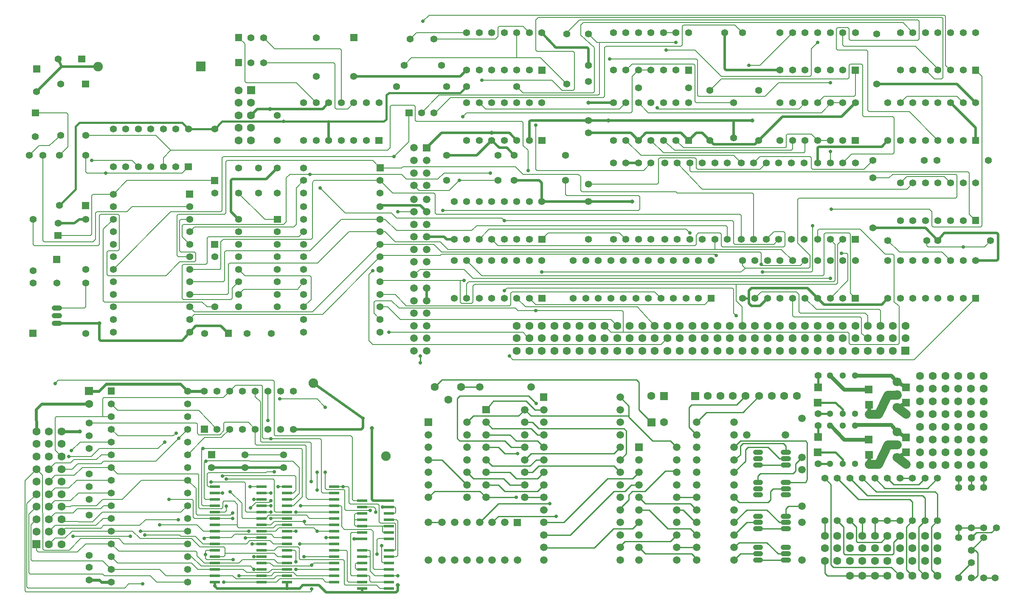
<source format=gbr>
%FSLAX34Y34*%
%MOMM*%
%LNCOPPER_TOP*%
G71*
G01*
%ADD10C, 0.20*%
%ADD11C, 0.50*%
%ADD12C, 0.40*%
%ADD13C, 0.70*%
%ADD14C, 0.80*%
%ADD15C, 1.90*%
%ADD16C, 1.40*%
%ADD17C, 1.40*%
%ADD18C, 1.60*%
%ADD19C, 1.50*%
%ADD20C, 1.60*%
%ADD21C, 1.00*%
%ADD22C, 0.25*%
%ADD23C, 1.50*%
%ADD24C, 1.60*%
%ADD25C, 0.60*%
%ADD26R, 2.00X0.60*%
%ADD27C, 1.30*%
%ADD28R, 1.50X1.50*%
%ADD29C, 1.80*%
%ADD30C, 0.80*%
%ADD31C, 1.80*%
%LPD*%
G54D10*
X510000Y477500D02*
X495000Y462500D01*
X495000Y390000D01*
X490000Y385000D01*
X292500Y385000D01*
X282500Y375000D01*
G54D10*
X1457500Y360000D02*
X1447500Y350000D01*
X1370000Y350000D01*
X1367500Y352500D01*
X1367500Y395000D01*
X1365000Y397500D01*
X910000Y397500D01*
X905000Y402500D01*
X695000Y402500D01*
X685000Y412500D01*
X592500Y412500D01*
X542500Y462500D01*
G54D10*
X882500Y492500D02*
X790000Y492500D01*
X777500Y480000D01*
X715000Y480000D01*
X705000Y490000D01*
X522500Y490000D01*
X482500Y490000D01*
X475000Y482500D01*
X475000Y395000D01*
X470000Y390000D01*
X270000Y390000D01*
X267500Y387500D01*
X267500Y365000D01*
X282500Y350000D01*
G54D10*
X1510000Y242500D02*
X1532500Y220000D01*
X1657500Y220000D01*
X1660000Y217500D01*
X1660000Y187500D01*
G54D10*
X1432500Y360000D02*
X1447500Y375000D01*
X1467500Y375000D01*
X1470000Y372500D01*
X1470000Y347500D01*
X1467500Y345000D01*
X1345000Y345000D01*
X1342500Y347500D01*
X1342500Y370000D01*
X1340000Y372500D01*
X1297500Y372500D01*
X1292500Y367500D01*
X1292500Y350000D01*
X1290000Y347500D01*
X897500Y347500D01*
X885000Y360000D01*
G54D10*
X1407500Y360000D02*
X1407500Y450000D01*
X1405000Y452500D01*
X1255000Y452500D01*
X1252500Y455000D01*
X1065000Y455000D01*
X1062500Y457500D01*
X1062500Y485000D01*
X1057500Y490000D01*
X947500Y490000D01*
X932500Y505000D01*
X707500Y505000D01*
X705000Y502500D01*
X662500Y502500D01*
X647500Y517500D01*
X357500Y517500D01*
X355000Y515000D01*
X355000Y412500D01*
X352500Y410000D01*
X260000Y410000D01*
X257500Y407500D01*
X257500Y327500D01*
X260000Y325000D01*
X282500Y325000D01*
G54D10*
X1485000Y242500D02*
X1485000Y207500D01*
X1487500Y205000D01*
X1620000Y205000D01*
X1622500Y202500D01*
X1622500Y172500D01*
X1635000Y162500D01*
G54D10*
X1382500Y360000D02*
X1382500Y407500D01*
X1380000Y410000D01*
X775000Y410000D01*
X772500Y412500D01*
X772500Y450000D01*
X770000Y452500D01*
X687500Y452500D01*
X662500Y477500D01*
X530000Y477500D01*
X527500Y472500D01*
X527500Y362500D01*
X525000Y360000D01*
X350000Y360000D01*
X345000Y355000D01*
X345000Y302500D01*
X342500Y300000D01*
X282500Y300000D01*
G54D10*
X1410000Y242500D02*
X1422500Y255000D01*
X1492500Y255000D01*
X1497500Y250000D01*
X1497500Y215000D01*
X1500000Y212500D01*
X1630000Y212500D01*
X1635000Y207500D01*
X1635000Y187500D01*
G54D10*
X1355000Y360000D02*
X1355000Y385000D01*
X1352500Y387500D01*
X855000Y387500D01*
X845000Y377500D01*
X695000Y377500D01*
X672500Y400000D01*
X662500Y400000D01*
X585000Y400000D01*
X522500Y337500D01*
X355000Y337500D01*
X352500Y335000D01*
X352500Y277500D01*
X350000Y275000D01*
X282500Y275000D01*
G54D10*
X1485000Y317500D02*
X1462500Y340000D01*
X1330000Y340000D01*
X1330000Y360000D01*
X1330000Y340000D01*
X797500Y340000D01*
X782500Y355000D01*
X692500Y355000D01*
X672500Y375000D01*
X662500Y375000D01*
X600000Y375000D01*
X537500Y312500D01*
X362500Y312500D01*
X360000Y310000D01*
X360000Y252500D01*
X357500Y250000D01*
X282500Y250000D01*
G54D10*
X1510000Y317500D02*
X1500000Y307500D01*
X1425000Y307500D01*
X1422500Y310000D01*
X1422500Y332500D01*
X1420000Y335000D01*
X785000Y335000D01*
X770000Y350000D01*
X662500Y350000D01*
X527500Y215000D01*
X292500Y215000D01*
X282500Y225000D01*
G54D10*
X1525000Y387500D02*
X1525000Y297500D01*
X1522500Y295000D01*
X1425000Y295000D01*
G54D10*
X1332500Y327500D02*
X1330000Y330000D01*
X785000Y330000D01*
X782500Y327500D01*
X665000Y327500D01*
X662500Y325000D01*
X547500Y210000D01*
X292500Y210000D01*
X282500Y200000D01*
G54D10*
X1135000Y187500D02*
X1122500Y200000D01*
X702500Y200000D01*
X677500Y225000D01*
X662500Y225000D01*
G54D10*
X1372500Y207500D02*
X1367500Y212500D01*
X1367500Y260000D01*
X1365000Y262500D01*
X915000Y262500D01*
X910000Y257500D01*
G54D10*
X1210000Y187500D02*
X1175000Y225000D01*
X952500Y225000D01*
X935000Y242500D01*
G54D10*
X662500Y200000D02*
X650000Y212500D01*
X650000Y235000D01*
X652500Y237500D01*
X685000Y237500D01*
X700000Y222500D01*
X932500Y222500D01*
X937500Y217500D01*
X972500Y217500D01*
X1145000Y217500D01*
X1147500Y215000D01*
X1147500Y175000D01*
X1595000Y175000D01*
X1597500Y172500D01*
X1597500Y152500D01*
X1600000Y150000D01*
X1695000Y150000D01*
X1697500Y152500D01*
X1697500Y227500D01*
X1687500Y235000D01*
X1687500Y327500D01*
X1685000Y330000D01*
X1670000Y330000D01*
X1620000Y380000D01*
X1537500Y380000D01*
X1535000Y377500D01*
X1535000Y360000D01*
G54D10*
X1150000Y175000D02*
X1122500Y175000D01*
X1110000Y187500D01*
G54D10*
X662500Y275000D02*
X665000Y277500D01*
X830000Y277500D01*
X822500Y277500D01*
X822500Y235000D01*
X825000Y232500D01*
X845000Y232500D01*
X847500Y235000D01*
X847500Y266500D01*
X851000Y270000D01*
X1572500Y270000D01*
X1575000Y272500D01*
X1575000Y350000D01*
X1585000Y360000D01*
G54D10*
X1372500Y270000D02*
X1372500Y237000D01*
X1384000Y225500D01*
X1384000Y187000D01*
G54D11*
X1460000Y697500D02*
X1352500Y697500D01*
X1350000Y700000D01*
X1350000Y772500D01*
G54D11*
X1675000Y557500D02*
X1662500Y545000D01*
X1537500Y545000D01*
X1535000Y542500D01*
X1535000Y512500D01*
G54D11*
X1117500Y597500D02*
X1077500Y597500D01*
X962500Y597500D01*
X960000Y595000D01*
X960000Y557500D01*
G54D11*
X360000Y172500D02*
X345000Y187500D01*
X295000Y187500D01*
X282500Y175000D01*
X267500Y157500D01*
X105000Y157500D01*
X102500Y160000D01*
X102500Y192500D01*
X17500Y192500D01*
G54D11*
X1800000Y632500D02*
X1850000Y582500D01*
X1850000Y557500D01*
G54D11*
X755000Y542500D02*
X785000Y572500D01*
X885000Y572500D01*
X920000Y572500D01*
X935000Y557500D01*
G54D11*
X-22500Y655000D02*
X27500Y705000D01*
X100000Y705000D01*
G54D11*
X835000Y697500D02*
X822500Y685000D01*
X610000Y685000D01*
G54D11*
X1675000Y242500D02*
X1662500Y230000D01*
X1547500Y230000D01*
X1535000Y242500D01*
X1515000Y262500D01*
X1402500Y262500D01*
X1397500Y257500D01*
X1397500Y232500D01*
X1402500Y227500D01*
X1420000Y227500D01*
X1435000Y242500D01*
G54D11*
X560000Y632500D02*
X547500Y620000D01*
X442500Y620000D01*
X417500Y620000D01*
X405000Y607500D01*
G54D11*
X755000Y415000D02*
X742500Y427500D01*
X665000Y427500D01*
X662500Y425000D01*
G54D11*
X75000Y400000D02*
X62500Y400000D01*
X52500Y392500D01*
X20000Y392500D01*
G54D11*
X810000Y360000D02*
X795000Y360000D01*
X790000Y365000D01*
X755000Y365000D01*
G54D11*
X1117500Y597500D02*
X1367500Y597500D01*
X1367500Y562500D01*
G54D11*
X27500Y705000D02*
X20000Y720000D01*
G54D11*
X755000Y262500D02*
X755000Y237500D01*
G54D11*
X1405000Y597500D02*
X1367500Y597500D01*
G54D12*
X1385000Y242500D02*
X1397500Y242500D01*
G54D10*
X720000Y612500D02*
X720000Y555000D01*
X690000Y525000D01*
X350000Y525000D01*
X347500Y522500D01*
X347500Y417500D01*
X345000Y415000D01*
X245000Y415000D01*
X130000Y300000D01*
G54D10*
X1850000Y397500D02*
X1837500Y410000D01*
X1837500Y492500D01*
X1835000Y495000D01*
X1282500Y495000D01*
X1280000Y497500D01*
X1280000Y512500D01*
G54D10*
X972500Y587500D02*
X972500Y500000D01*
X975000Y497500D01*
X1187500Y497500D01*
X1202500Y512500D01*
G54D10*
X1152500Y360000D02*
X1140000Y372500D01*
X997500Y372500D01*
X985000Y360000D01*
G54D10*
X1725000Y472500D02*
X1712500Y460000D01*
X1305000Y460000D01*
X1255000Y512500D01*
G54D10*
X1560000Y672500D02*
X1457500Y672500D01*
X1430000Y645000D01*
X1297500Y645000D01*
X1295000Y647500D01*
X1295000Y717500D01*
X1292500Y720000D01*
X1120000Y720000D01*
G54D10*
X865000Y677500D02*
X1005000Y677500D01*
X1025000Y657500D01*
X1047500Y657500D01*
X1050000Y660000D01*
X1050000Y732500D01*
X1047500Y735000D01*
X975000Y735000D01*
X972500Y737500D01*
X972500Y797500D01*
X977500Y802500D01*
X1782500Y802500D01*
X1785000Y800000D01*
X1785000Y682500D01*
X1782500Y680000D01*
X1767500Y680000D01*
X1750000Y697500D01*
G54D10*
X1562500Y420000D02*
X1757500Y420000D01*
X1762500Y415000D01*
X1762500Y387500D01*
X1765000Y385000D01*
X1860000Y385000D01*
X1862500Y387500D01*
X1862500Y685000D01*
X1850000Y697500D01*
G54D10*
X1280000Y372500D02*
X1272500Y380000D01*
X880000Y380000D01*
X860000Y360000D01*
G54D10*
X835000Y242500D02*
X835000Y271000D01*
X839000Y275000D01*
X1567500Y275000D01*
X1570000Y277500D01*
X1570000Y350000D01*
X1560000Y360000D01*
G54D10*
X1535000Y632500D02*
X1547500Y645000D01*
X1607500Y645000D01*
X1610000Y647500D01*
X1610000Y697500D01*
G54D10*
X1370000Y632500D02*
X1292500Y632500D01*
X1290000Y635000D01*
X1290000Y707500D01*
X1287500Y710000D01*
X1165000Y710000D01*
X1152500Y697500D01*
G54D10*
X1077500Y470000D02*
X1215000Y470000D01*
X1217500Y472500D01*
X1217500Y520000D01*
X1220000Y522500D01*
X1290000Y522500D01*
X1292500Y520000D01*
X1292500Y502500D01*
X1295000Y500000D01*
X1420000Y500000D01*
X1432500Y512500D01*
G54D10*
X1645000Y517500D02*
X1627500Y500000D01*
X1525000Y500000D01*
X1522500Y502500D01*
X1522500Y522500D01*
X1520000Y525000D01*
X1420000Y525000D01*
X1407500Y512500D01*
G54D10*
X1397500Y707500D02*
X1420000Y707500D01*
X1485000Y772500D01*
G54D10*
X1535000Y752500D02*
X1522500Y740000D01*
X1522500Y687500D01*
X1520000Y685000D01*
X1342500Y685000D01*
X1290000Y737500D01*
X1232500Y737500D01*
G54D10*
X1585000Y772500D02*
X1585000Y747500D01*
X1587500Y745000D01*
X1730000Y745000D01*
X1777500Y697500D01*
G54D10*
X1582500Y332500D02*
X1592500Y332500D01*
X1595000Y330000D01*
X1595000Y277500D01*
X1560000Y242500D01*
G54D10*
X1560000Y512500D02*
X1560000Y535000D01*
G54D10*
X1585000Y512500D02*
X1602500Y530000D01*
X1685000Y530000D01*
X1687500Y532500D01*
X1687500Y602500D01*
X1685000Y605000D01*
X1627500Y605000D01*
X1625000Y607500D01*
X1625000Y707500D01*
X1622500Y710000D01*
X1600000Y710000D01*
X1597500Y707500D01*
X1597500Y682500D01*
X1595000Y680000D01*
X1342500Y680000D01*
X1320000Y657500D01*
G54D10*
X835000Y317500D02*
X865000Y287500D01*
X1545000Y287500D01*
X1547500Y290000D01*
X1547500Y370000D01*
X1550000Y372500D01*
X1597500Y372500D01*
X1600000Y370000D01*
X1600000Y252500D01*
X1610000Y242500D01*
G54D10*
X647500Y297500D02*
X640000Y290000D01*
X640000Y157500D01*
X647500Y150000D01*
X1222500Y150000D01*
X1235000Y162500D01*
G54D10*
X680000Y175000D02*
X947500Y175000D01*
X960000Y160000D01*
G54D10*
X960000Y242500D02*
X972500Y230000D01*
X1310000Y230000D01*
X1322500Y242500D01*
G54D10*
X1215000Y622500D02*
X1217500Y620000D01*
X1497500Y620000D01*
X1510000Y632500D01*
G54D10*
X860000Y632500D02*
X872500Y620000D01*
X1140000Y620000D01*
X1152500Y632500D01*
G54D10*
X1382500Y512500D02*
X1367500Y527500D01*
X1182500Y527500D01*
X1152500Y557500D01*
G54D10*
X897500Y477500D02*
X820000Y477500D01*
X800000Y457500D01*
X740000Y457500D01*
X730000Y467500D01*
G54D10*
X827500Y605000D02*
X835000Y612500D01*
X1162500Y612500D01*
X1165000Y615000D01*
X1165000Y685000D01*
X1177500Y697500D01*
X1202500Y697500D01*
G54D10*
X1560000Y282500D02*
X847500Y282500D01*
X830000Y300000D01*
X742500Y300000D01*
X730000Y290000D01*
G54D10*
X1032500Y477500D02*
X1032500Y450000D01*
X1035000Y447500D01*
X1177500Y447500D01*
X1180000Y445000D01*
X1180000Y420000D01*
X1177500Y417500D01*
X787500Y417500D01*
G54D10*
X1227500Y772500D02*
X1252500Y772500D01*
G54D10*
X920000Y127500D02*
X927500Y120000D01*
X1727500Y120000D01*
X1850000Y242500D01*
G54D10*
X1725000Y772500D02*
X1705000Y792500D01*
X1067500Y792500D01*
X1062500Y787500D01*
X1062500Y767500D01*
X1090000Y742500D01*
X1090000Y655000D01*
X1087500Y652500D01*
X947500Y652500D01*
X935000Y665000D01*
G54D10*
X585000Y632500D02*
X585000Y737500D01*
X582500Y740000D01*
X452500Y740000D01*
X430000Y762500D01*
G54D10*
X380000Y762500D02*
X392500Y750000D01*
X392500Y675000D01*
X395000Y672500D01*
X495000Y672500D01*
X535000Y632500D01*
G54D10*
X610000Y632500D02*
X597500Y620000D01*
X575000Y620000D01*
X572500Y622500D01*
X572500Y710000D01*
X570000Y712500D01*
X430000Y712500D01*
G54D10*
X662500Y250000D02*
X692500Y250000D01*
X715000Y227500D01*
X920000Y227500D01*
X922500Y230000D01*
X922500Y252500D01*
X925000Y255000D01*
X1210000Y255000D01*
X1222500Y242500D01*
G54D12*
X835000Y665000D02*
X822500Y652500D01*
X680000Y652500D01*
X675000Y647500D01*
X675000Y600000D01*
X670000Y595000D01*
X470000Y595000D01*
X347500Y595000D01*
X332500Y580000D01*
X280000Y580000D01*
X267500Y592500D01*
X62500Y592500D01*
X55000Y585000D01*
X55000Y460000D01*
X22500Y427500D01*
G54D11*
X1610000Y632500D02*
X1582500Y605000D01*
X1465000Y605000D01*
X1417500Y557500D01*
X1410000Y550000D01*
X1327500Y550000D01*
X1320000Y557500D01*
X1305000Y572500D01*
X1292500Y572500D01*
X1277500Y557500D01*
G54D11*
X457500Y502500D02*
X435000Y480000D01*
X367500Y480000D01*
X365000Y477500D01*
X365000Y415000D01*
X380000Y400000D01*
G54D11*
X1850000Y632500D02*
X1812500Y670000D01*
X1652500Y670000D01*
G54D11*
X1077500Y707500D02*
X1077500Y740000D01*
X1075000Y742500D01*
X1012500Y742500D01*
X985000Y772500D01*
G54D11*
X1850000Y317500D02*
X1892500Y317500D01*
X1895000Y320000D01*
X1895000Y370000D01*
X1892500Y372500D01*
X1787500Y372500D01*
X1775000Y357500D01*
X1750000Y382500D01*
X1645000Y382500D01*
G54D11*
X1165000Y435000D02*
X1077500Y435000D01*
X985000Y435000D01*
X985000Y472500D01*
X980000Y477500D01*
X930000Y477500D01*
G54D11*
X930000Y527500D02*
X915000Y542500D01*
X900000Y542500D01*
X885000Y557500D01*
X855000Y527500D01*
X795000Y527500D01*
G54D11*
X1277500Y557500D02*
X1262500Y572500D01*
X1192500Y572500D01*
X1177500Y557500D01*
X1162500Y572500D01*
X1077500Y572500D01*
G54D11*
X560000Y557500D02*
X560000Y595000D01*
G54D11*
X1127500Y632500D02*
X1077500Y632500D01*
G54D11*
X1152500Y512500D02*
X1177900Y512500D01*
G54D10*
X1700000Y632500D02*
X1712500Y645000D01*
X1812500Y645000D01*
X1825000Y632500D01*
G54D10*
X1385000Y317500D02*
X1385000Y307500D01*
X1390000Y302500D01*
X1517500Y302500D01*
X1520000Y305000D01*
X1520000Y327500D01*
X1495000Y352500D01*
X1495000Y440000D01*
X1497500Y442500D01*
X1810000Y442500D01*
X1812500Y445000D01*
X1812500Y487500D01*
X1810000Y490000D01*
X1685000Y490000D01*
X1677500Y482500D01*
X1645000Y482500D01*
G54D10*
X1390000Y302000D02*
X1382000Y295000D01*
X985000Y295000D01*
G54D10*
X230000Y505000D02*
X230000Y522500D01*
X245000Y537500D01*
X215000Y567500D01*
X75000Y567500D01*
G54D10*
X245000Y537500D02*
X677500Y537500D01*
X682500Y542500D01*
X682500Y625000D01*
X685000Y627500D01*
X730000Y627500D01*
X732500Y625000D01*
X732500Y597500D01*
X735000Y595000D01*
X945000Y595000D01*
X947500Y592500D01*
X947500Y547500D01*
X957500Y537500D01*
X957500Y497500D01*
G54D10*
X710000Y707500D02*
X725000Y722500D01*
X982500Y722500D01*
X1035000Y670000D01*
G54D10*
X935000Y772500D02*
X935000Y722500D01*
G54D10*
X835000Y772500D02*
X735000Y772500D01*
X722500Y760000D01*
G54D10*
X1775000Y557500D02*
X1717500Y615000D01*
X1637500Y615000D01*
X1635000Y617500D01*
X1635000Y735000D01*
X1632500Y737500D01*
X1575000Y737500D01*
X1572500Y740000D01*
X1572500Y780000D01*
X1575000Y782500D01*
X1595000Y782500D01*
X1597500Y780000D01*
X1597500Y760000D01*
X1600000Y757500D01*
X1735000Y757500D01*
X1737500Y760000D01*
X1737500Y795000D01*
X1735000Y797500D01*
X1060000Y797500D01*
X1035000Y772500D01*
G54D10*
X960000Y772500D02*
X947500Y785000D01*
X900000Y785000D01*
X897500Y782500D01*
X897500Y765000D01*
X892500Y760000D01*
X770000Y760000D01*
G54D10*
X747500Y795000D02*
X760000Y807500D01*
X1787500Y807500D01*
X1790000Y805000D01*
X1790000Y707500D01*
X1800000Y697500D01*
G54D10*
X332500Y225000D02*
X317500Y225000D01*
X307500Y235000D01*
X112500Y235000D01*
X110000Y237500D01*
X110000Y380000D01*
X130000Y400000D01*
G54D10*
X1700000Y472500D02*
X1712500Y485000D01*
X1787500Y485000D01*
X1800000Y472500D01*
G54D10*
X697500Y415000D02*
X730896Y415000D01*
G54D10*
X1880000Y357500D02*
X1867500Y345000D01*
X1825000Y345000D01*
X1755000Y345000D01*
X1752500Y347500D01*
X1752500Y357500D01*
G54D10*
X1800000Y317500D02*
X1783000Y334500D01*
X1698000Y334500D01*
X1675000Y357500D01*
G54D10*
X1077500Y770000D02*
X1095000Y752500D01*
X1252500Y752500D01*
G54D10*
X1100000Y752500D02*
X1100000Y650000D01*
X1097500Y647500D01*
X780000Y647500D01*
X745000Y612500D01*
G54D10*
X1385000Y772500D02*
X1370000Y787500D01*
X1267500Y787500D01*
X1265000Y785000D01*
X1265000Y747500D01*
X1262500Y745000D01*
X1112500Y745000D01*
X1110000Y742500D01*
X1110000Y645000D01*
X1107500Y642500D01*
X802500Y642500D01*
X772500Y612500D01*
G54D10*
X457500Y400000D02*
X432300Y400000D01*
X381300Y451000D01*
G54D10*
X380000Y250000D02*
X390000Y260000D01*
X497500Y260000D01*
X510000Y275000D01*
G54D10*
X380000Y275000D02*
X367500Y262500D01*
X367500Y242500D01*
X365000Y240000D01*
X270000Y240000D01*
X267500Y242500D01*
X267500Y307500D01*
X270000Y310000D01*
X315000Y310000D01*
X317500Y312500D01*
X317500Y362500D01*
X320000Y365000D01*
X500000Y365000D01*
X510000Y375000D01*
G54D10*
X380000Y300000D02*
X392500Y287500D01*
X522500Y287500D01*
X525000Y285000D01*
X525000Y240000D01*
X510000Y225000D01*
G54D10*
X-10000Y527500D02*
X-10000Y357500D01*
X-7500Y355000D01*
X90000Y355000D01*
X95000Y360000D01*
X95000Y412500D01*
X97500Y415000D01*
X157500Y415000D01*
X167500Y425000D01*
X282500Y425000D01*
G54D10*
X-30000Y400000D02*
X-30000Y350000D01*
X-27500Y347500D01*
X100000Y347500D01*
X102500Y350000D01*
X102500Y407500D01*
X105000Y410000D01*
X140000Y410000D01*
X142500Y407500D01*
X142500Y340000D01*
X140000Y337500D01*
X120000Y337500D01*
X117500Y335000D01*
X117500Y290000D01*
X120000Y287500D01*
X235000Y287500D01*
X262500Y315000D01*
X292500Y315000D01*
X295000Y317500D01*
X295000Y332500D01*
X292500Y335000D01*
X265000Y335000D01*
X262500Y337500D01*
X262500Y397500D01*
X265000Y400000D01*
X282500Y400000D01*
G54D10*
X25000Y567500D02*
X2500Y547500D01*
X-17500Y547500D01*
X-37500Y527500D01*
G54D10*
X75000Y527500D02*
X75000Y495000D01*
X77500Y492500D01*
X115000Y492500D01*
X267500Y492500D01*
X280000Y505000D01*
G54D10*
X87500Y517500D02*
X167500Y517500D01*
X180000Y505000D01*
G54D10*
X75000Y272500D02*
X75000Y225000D01*
X72500Y222500D01*
X17500Y222500D01*
G54D10*
X20000Y367500D02*
X85000Y367500D01*
X87500Y370000D01*
X87500Y447500D01*
X90000Y450000D01*
X130000Y450000D01*
X157500Y477500D01*
X332500Y477500D01*
G54D10*
X22500Y527500D02*
X40000Y545000D01*
X40000Y610000D01*
X37500Y612500D01*
X-25000Y612500D01*
G54D10*
X1560000Y557500D02*
X1535000Y557500D01*
X1522500Y570000D01*
X1475000Y570000D01*
X1472500Y567500D01*
X1472500Y545000D01*
X1470000Y542500D01*
X1267500Y542500D01*
X1252500Y557500D01*
G54D10*
X1510000Y557500D02*
X1510000Y535000D01*
X1507500Y532500D01*
X1227500Y532500D01*
X1202500Y557500D01*
G54D10*
X1485000Y557500D02*
X1485000Y540000D01*
X1482500Y537500D01*
X1250000Y537500D01*
X1227500Y557500D01*
G54D10*
X1587500Y632500D02*
X1562500Y632500D01*
X1542500Y612500D01*
X1197500Y612500D01*
X1177500Y632500D01*
X542500Y462500D02*
G54D13*
D03*
X910000Y397500D02*
G54D13*
D03*
X882500Y492500D02*
G54D13*
D03*
X522500Y490000D02*
G54D13*
D03*
X1525000Y387500D02*
G54D13*
D03*
X1332500Y327500D02*
G54D13*
D03*
X910000Y257500D02*
G54D13*
D03*
X1372500Y207500D02*
G54D13*
D03*
X972500Y217500D02*
G54D13*
D03*
X830000Y277500D02*
G54D13*
D03*
X102500Y192500D02*
G54D14*
D03*
X1405000Y597500D02*
G54D14*
D03*
X885000Y572500D02*
G54D14*
D03*
X442500Y620000D02*
G54D14*
D03*
X1117500Y597500D02*
G54D14*
D03*
X690000Y525000D02*
G54D13*
D03*
X972500Y587500D02*
G54D13*
D03*
X1120000Y720000D02*
G54D13*
D03*
X1560000Y672500D02*
G54D13*
D03*
X865000Y677500D02*
G54D13*
D03*
X1280000Y372500D02*
G54D13*
D03*
X1562500Y420000D02*
G54D13*
D03*
X1397500Y707500D02*
G54D13*
D03*
X1232500Y737500D02*
G54D13*
D03*
X1535000Y752500D02*
G54D13*
D03*
X1582500Y332500D02*
G54D13*
D03*
X1560000Y535000D02*
G54D13*
D03*
X647500Y297500D02*
G54D13*
D03*
X1215000Y622500D02*
G54D13*
D03*
X820000Y477500D02*
G54D13*
D03*
X827500Y605000D02*
G54D13*
D03*
X1560000Y282500D02*
G54D13*
D03*
X787500Y417500D02*
G54D13*
D03*
X920000Y127500D02*
G54D13*
D03*
X470000Y595000D02*
G54D13*
D03*
X1165000Y435000D02*
G54D14*
D03*
X1077500Y632500D02*
G54D14*
D03*
X985000Y295000D02*
G54D13*
D03*
X957500Y497500D02*
G54D13*
D03*
X697500Y415000D02*
G54D13*
D03*
X1825000Y345000D02*
G54D13*
D03*
X1252500Y752500D02*
G54D13*
D03*
X115000Y492500D02*
G54D13*
D03*
X87500Y517500D02*
G54D13*
D03*
G36*
X295500Y714500D02*
X314500Y714500D01*
X314500Y695500D01*
X295500Y695500D01*
X295500Y714500D01*
G37*
X100000Y705000D02*
G54D15*
D03*
X785000Y707500D02*
G54D16*
D03*
X710000Y707500D02*
G54D16*
D03*
X1752500Y357500D02*
G54D16*
D03*
X1675000Y357500D02*
G54D16*
D03*
X1350000Y772500D02*
G54D16*
D03*
X1385000Y772500D02*
G54D16*
D03*
X1367500Y632500D02*
G54D16*
D03*
X1367500Y562500D02*
G54D16*
D03*
X1077500Y675000D02*
G54D16*
D03*
X1077500Y597500D02*
G54D16*
D03*
X1077500Y435000D02*
G54D16*
D03*
X1077500Y360000D02*
G54D16*
D03*
X380000Y502500D02*
G54D16*
D03*
X380000Y452500D02*
G54D16*
D03*
X420000Y502500D02*
G54D16*
D03*
X420000Y452500D02*
G54D16*
D03*
X457500Y502500D02*
G54D16*
D03*
X457500Y452500D02*
G54D16*
D03*
X397500Y172500D02*
G54D16*
D03*
X445000Y172500D02*
G54D16*
D03*
X457500Y607500D02*
G54D16*
D03*
X457500Y557500D02*
G54D16*
D03*
X20000Y720000D02*
G54D16*
D03*
G36*
X60500Y727000D02*
X74500Y727000D01*
X74500Y713000D01*
X60500Y713000D01*
X60500Y727000D01*
G37*
X-22500Y655000D02*
G54D16*
D03*
G36*
X-29500Y707000D02*
X-15500Y707000D01*
X-15500Y693000D01*
X-29500Y693000D01*
X-29500Y707000D01*
G37*
X-25000Y565000D02*
G54D16*
D03*
G36*
X-32000Y619500D02*
X-18000Y619500D01*
X-18000Y605500D01*
X-32000Y605500D01*
X-32000Y619500D01*
G37*
X312500Y172500D02*
G54D16*
D03*
G36*
X353000Y179500D02*
X367000Y179500D01*
X367000Y165500D01*
X353000Y165500D01*
X353000Y179500D01*
G37*
X17500Y272500D02*
G54D16*
D03*
G36*
X10500Y327000D02*
X24500Y327000D01*
X24500Y313000D01*
X10500Y313000D01*
X10500Y327000D01*
G37*
G36*
X13000Y374500D02*
X27000Y374500D01*
X27000Y360500D01*
X13000Y360500D01*
X13000Y374500D01*
G37*
X20000Y392500D02*
G54D16*
D03*
G36*
X978000Y704500D02*
X992000Y704500D01*
X992000Y690500D01*
X978000Y690500D01*
X978000Y704500D01*
G37*
X960000Y697500D02*
G54D17*
D03*
X935000Y697500D02*
G54D17*
D03*
X910000Y697500D02*
G54D17*
D03*
X885000Y697500D02*
G54D17*
D03*
X860000Y697500D02*
G54D17*
D03*
X835000Y697500D02*
G54D17*
D03*
X835000Y772500D02*
G54D17*
D03*
X860000Y772500D02*
G54D17*
D03*
X885000Y772500D02*
G54D17*
D03*
X910000Y772500D02*
G54D17*
D03*
X935000Y772500D02*
G54D17*
D03*
X960000Y772500D02*
G54D17*
D03*
X985000Y772500D02*
G54D17*
D03*
G36*
X978000Y564500D02*
X992000Y564500D01*
X992000Y550500D01*
X978000Y550500D01*
X978000Y564500D01*
G37*
X960000Y557500D02*
G54D17*
D03*
X935000Y557500D02*
G54D17*
D03*
X910000Y557500D02*
G54D17*
D03*
X885000Y557500D02*
G54D17*
D03*
X860000Y557500D02*
G54D17*
D03*
X835000Y557500D02*
G54D17*
D03*
X835000Y632500D02*
G54D17*
D03*
X860000Y632500D02*
G54D17*
D03*
X885000Y632500D02*
G54D17*
D03*
X910000Y632500D02*
G54D17*
D03*
X935000Y632500D02*
G54D17*
D03*
X960000Y632500D02*
G54D17*
D03*
X985000Y632500D02*
G54D17*
D03*
G36*
X1843000Y249500D02*
X1857000Y249500D01*
X1857000Y235500D01*
X1843000Y235500D01*
X1843000Y249500D01*
G37*
X1825000Y242500D02*
G54D17*
D03*
X1800000Y242500D02*
G54D17*
D03*
X1775000Y242500D02*
G54D17*
D03*
X1750000Y242500D02*
G54D17*
D03*
X1725000Y242500D02*
G54D17*
D03*
X1700000Y242500D02*
G54D17*
D03*
X1675000Y242500D02*
G54D17*
D03*
X1675000Y317500D02*
G54D17*
D03*
X1700000Y317500D02*
G54D17*
D03*
X1725000Y317500D02*
G54D17*
D03*
X1750000Y317500D02*
G54D17*
D03*
X1775000Y317500D02*
G54D17*
D03*
X1800000Y317500D02*
G54D17*
D03*
X1825000Y317500D02*
G54D17*
D03*
X1850000Y317500D02*
G54D17*
D03*
G36*
X1843000Y404500D02*
X1857000Y404500D01*
X1857000Y390500D01*
X1843000Y390500D01*
X1843000Y404500D01*
G37*
X1825000Y397500D02*
G54D17*
D03*
X1800000Y397500D02*
G54D17*
D03*
X1775000Y397500D02*
G54D17*
D03*
X1750000Y397500D02*
G54D17*
D03*
X1725000Y397500D02*
G54D17*
D03*
X1700000Y397500D02*
G54D17*
D03*
X1700000Y472500D02*
G54D17*
D03*
X1725000Y472500D02*
G54D17*
D03*
X1750000Y472500D02*
G54D17*
D03*
X1775000Y472500D02*
G54D17*
D03*
X1800000Y472500D02*
G54D17*
D03*
X1825000Y472500D02*
G54D17*
D03*
X1850000Y472500D02*
G54D17*
D03*
G36*
X1843000Y564500D02*
X1857000Y564500D01*
X1857000Y550500D01*
X1843000Y550500D01*
X1843000Y564500D01*
G37*
X1825000Y557500D02*
G54D17*
D03*
X1800000Y557500D02*
G54D17*
D03*
X1775000Y557500D02*
G54D17*
D03*
X1750000Y557500D02*
G54D17*
D03*
X1725000Y557500D02*
G54D17*
D03*
X1700000Y557500D02*
G54D17*
D03*
X1675000Y557500D02*
G54D17*
D03*
X1675000Y632500D02*
G54D17*
D03*
X1700000Y632500D02*
G54D17*
D03*
X1725000Y632500D02*
G54D17*
D03*
X1750000Y632500D02*
G54D17*
D03*
X1775000Y632500D02*
G54D17*
D03*
X1800000Y632500D02*
G54D17*
D03*
X1825000Y632500D02*
G54D17*
D03*
X1850000Y632500D02*
G54D17*
D03*
G36*
X1270500Y704500D02*
X1284500Y704500D01*
X1284500Y690500D01*
X1270500Y690500D01*
X1270500Y704500D01*
G37*
X1252500Y697500D02*
G54D17*
D03*
X1227500Y697500D02*
G54D17*
D03*
X1202500Y697500D02*
G54D17*
D03*
X1177500Y697500D02*
G54D17*
D03*
X1152500Y697500D02*
G54D17*
D03*
X1127500Y697500D02*
G54D17*
D03*
X1127500Y772500D02*
G54D17*
D03*
X1152500Y772500D02*
G54D17*
D03*
X1177500Y772500D02*
G54D17*
D03*
X1202500Y772500D02*
G54D17*
D03*
X1227500Y772500D02*
G54D17*
D03*
X1252500Y772500D02*
G54D17*
D03*
X1277500Y772500D02*
G54D17*
D03*
G36*
X1603000Y704500D02*
X1617000Y704500D01*
X1617000Y690500D01*
X1603000Y690500D01*
X1603000Y704500D01*
G37*
X1585000Y697500D02*
G54D17*
D03*
X1560000Y697500D02*
G54D17*
D03*
X1535000Y697500D02*
G54D17*
D03*
X1510000Y697500D02*
G54D17*
D03*
X1485000Y697500D02*
G54D17*
D03*
X1460000Y697500D02*
G54D17*
D03*
X1460000Y772500D02*
G54D17*
D03*
X1485000Y772500D02*
G54D17*
D03*
X1510000Y772500D02*
G54D17*
D03*
X1535000Y772500D02*
G54D17*
D03*
X1560000Y772500D02*
G54D17*
D03*
X1585000Y772500D02*
G54D17*
D03*
X1610000Y772500D02*
G54D17*
D03*
G36*
X1843000Y704500D02*
X1857000Y704500D01*
X1857000Y690500D01*
X1843000Y690500D01*
X1843000Y704500D01*
G37*
X1825000Y697500D02*
G54D17*
D03*
X1800000Y697500D02*
G54D17*
D03*
X1775000Y697500D02*
G54D17*
D03*
X1750000Y697500D02*
G54D17*
D03*
X1725000Y697500D02*
G54D17*
D03*
X1700000Y697500D02*
G54D17*
D03*
X1700000Y772500D02*
G54D17*
D03*
X1725000Y772500D02*
G54D17*
D03*
X1750000Y772500D02*
G54D17*
D03*
X1775000Y772500D02*
G54D17*
D03*
X1800000Y772500D02*
G54D17*
D03*
X1825000Y772500D02*
G54D17*
D03*
X1850000Y772500D02*
G54D17*
D03*
G36*
X1315500Y249500D02*
X1329500Y249500D01*
X1329500Y235500D01*
X1315500Y235500D01*
X1315500Y249500D01*
G37*
X1297500Y242500D02*
G54D17*
D03*
X1272500Y242500D02*
G54D17*
D03*
X1247500Y242500D02*
G54D17*
D03*
X1222500Y242500D02*
G54D17*
D03*
X1197500Y242500D02*
G54D17*
D03*
X1172500Y242500D02*
G54D17*
D03*
X1147500Y242500D02*
G54D17*
D03*
X1122500Y242500D02*
G54D17*
D03*
X1097500Y242500D02*
G54D17*
D03*
X1072500Y242500D02*
G54D17*
D03*
X1047500Y242500D02*
G54D17*
D03*
X1047500Y317500D02*
G54D17*
D03*
X1072500Y317500D02*
G54D17*
D03*
X1097500Y317500D02*
G54D17*
D03*
X1122500Y317500D02*
G54D17*
D03*
X1147500Y317500D02*
G54D17*
D03*
X1172500Y317500D02*
G54D17*
D03*
X1197500Y317500D02*
G54D17*
D03*
X1222500Y317500D02*
G54D17*
D03*
X1247500Y317500D02*
G54D17*
D03*
X1272500Y317500D02*
G54D17*
D03*
X1297500Y317500D02*
G54D17*
D03*
X1322500Y317500D02*
G54D17*
D03*
G36*
X1270500Y564500D02*
X1284500Y564500D01*
X1284500Y550500D01*
X1270500Y550500D01*
X1270500Y564500D01*
G37*
X1252500Y557500D02*
G54D17*
D03*
X1227500Y557500D02*
G54D17*
D03*
X1202500Y557500D02*
G54D17*
D03*
X1177500Y557500D02*
G54D17*
D03*
X1152500Y557500D02*
G54D17*
D03*
X1127500Y557500D02*
G54D17*
D03*
X1127500Y632500D02*
G54D17*
D03*
X1152500Y632500D02*
G54D17*
D03*
X1177500Y632500D02*
G54D17*
D03*
X1202500Y632500D02*
G54D17*
D03*
X1227500Y632500D02*
G54D17*
D03*
X1252500Y632500D02*
G54D17*
D03*
X1277500Y632500D02*
G54D17*
D03*
G36*
X653000Y564500D02*
X667000Y564500D01*
X667000Y550500D01*
X653000Y550500D01*
X653000Y564500D01*
G37*
X635000Y557500D02*
G54D17*
D03*
X610000Y557500D02*
G54D17*
D03*
X585000Y557500D02*
G54D17*
D03*
X560000Y557500D02*
G54D17*
D03*
X535000Y557500D02*
G54D17*
D03*
X510000Y557500D02*
G54D17*
D03*
X510000Y632500D02*
G54D17*
D03*
X535000Y632500D02*
G54D17*
D03*
X560000Y632500D02*
G54D17*
D03*
X585000Y632500D02*
G54D17*
D03*
X610000Y632500D02*
G54D17*
D03*
X635000Y632500D02*
G54D17*
D03*
X660000Y632500D02*
G54D17*
D03*
G36*
X273000Y512000D02*
X287000Y512000D01*
X287000Y498000D01*
X273000Y498000D01*
X273000Y512000D01*
G37*
X255000Y505000D02*
G54D17*
D03*
X230000Y505000D02*
G54D17*
D03*
X205000Y505000D02*
G54D17*
D03*
X180000Y505000D02*
G54D17*
D03*
X155000Y505000D02*
G54D17*
D03*
X130000Y505000D02*
G54D17*
D03*
X130000Y580000D02*
G54D17*
D03*
X155000Y580000D02*
G54D17*
D03*
X180000Y580000D02*
G54D17*
D03*
X205000Y580000D02*
G54D17*
D03*
X230000Y580000D02*
G54D17*
D03*
X255000Y580000D02*
G54D17*
D03*
X280000Y580000D02*
G54D17*
D03*
G36*
X1603000Y367000D02*
X1617000Y367000D01*
X1617000Y353000D01*
X1603000Y353000D01*
X1603000Y367000D01*
G37*
X1585000Y360000D02*
G54D16*
D03*
X1560000Y360000D02*
G54D16*
D03*
X1535000Y360000D02*
G54D16*
D03*
X1507500Y360000D02*
G54D16*
D03*
X1482500Y360000D02*
G54D16*
D03*
X1457500Y360000D02*
G54D16*
D03*
X1432500Y360000D02*
G54D16*
D03*
X1407500Y360000D02*
G54D16*
D03*
X1382500Y360000D02*
G54D16*
D03*
X1355000Y360000D02*
G54D16*
D03*
X1330000Y360000D02*
G54D16*
D03*
X1305000Y360000D02*
G54D16*
D03*
X1280000Y360000D02*
G54D16*
D03*
X1255000Y360000D02*
G54D16*
D03*
X1230000Y360000D02*
G54D16*
D03*
X1202500Y360000D02*
G54D16*
D03*
X1177500Y360000D02*
G54D16*
D03*
X1152500Y360000D02*
G54D16*
D03*
X1127500Y360000D02*
G54D16*
D03*
X1127500Y512500D02*
G54D16*
D03*
X1152500Y512500D02*
G54D16*
D03*
X1177500Y512500D02*
G54D16*
D03*
X1202500Y512500D02*
G54D16*
D03*
X1230000Y512500D02*
G54D16*
D03*
X1255000Y512500D02*
G54D16*
D03*
X1280000Y512500D02*
G54D16*
D03*
X1305000Y512500D02*
G54D16*
D03*
X1330000Y512500D02*
G54D16*
D03*
X1355000Y512500D02*
G54D16*
D03*
X1382500Y512500D02*
G54D16*
D03*
X1407500Y512500D02*
G54D16*
D03*
X1432500Y512500D02*
G54D16*
D03*
X1457500Y512500D02*
G54D16*
D03*
X1482500Y512500D02*
G54D16*
D03*
X1507500Y512500D02*
G54D16*
D03*
X1535000Y512500D02*
G54D16*
D03*
X1560000Y512500D02*
G54D16*
D03*
X1585000Y512500D02*
G54D16*
D03*
X1610000Y512500D02*
G54D16*
D03*
G36*
X978000Y367000D02*
X992000Y367000D01*
X992000Y353000D01*
X978000Y353000D01*
X978000Y367000D01*
G37*
X960000Y360000D02*
G54D17*
D03*
X935000Y360000D02*
G54D17*
D03*
X910000Y360000D02*
G54D17*
D03*
X885000Y360000D02*
G54D17*
D03*
X860000Y360000D02*
G54D17*
D03*
X835000Y360000D02*
G54D17*
D03*
X810000Y360000D02*
G54D17*
D03*
X810000Y435000D02*
G54D17*
D03*
X835000Y435000D02*
G54D17*
D03*
X860000Y435000D02*
G54D17*
D03*
X885000Y435000D02*
G54D17*
D03*
X910000Y435000D02*
G54D17*
D03*
X935000Y435000D02*
G54D17*
D03*
X960000Y435000D02*
G54D17*
D03*
X985000Y435000D02*
G54D17*
D03*
G36*
X1603000Y249500D02*
X1617000Y249500D01*
X1617000Y235500D01*
X1603000Y235500D01*
X1603000Y249500D01*
G37*
X1585000Y242500D02*
G54D17*
D03*
X1560000Y242500D02*
G54D17*
D03*
X1535000Y242500D02*
G54D17*
D03*
X1510000Y242500D02*
G54D17*
D03*
X1485000Y242500D02*
G54D17*
D03*
X1460000Y242500D02*
G54D17*
D03*
X1435000Y242500D02*
G54D17*
D03*
X1410000Y242500D02*
G54D17*
D03*
X1385000Y242500D02*
G54D17*
D03*
X1385000Y317500D02*
G54D17*
D03*
X1410000Y317500D02*
G54D17*
D03*
X1435000Y317500D02*
G54D17*
D03*
X1460000Y317500D02*
G54D17*
D03*
X1485000Y317500D02*
G54D17*
D03*
X1510000Y317500D02*
G54D17*
D03*
X1535000Y317500D02*
G54D17*
D03*
X1560000Y317500D02*
G54D17*
D03*
X1585000Y317500D02*
G54D17*
D03*
X1610000Y317500D02*
G54D17*
D03*
G36*
X978000Y249500D02*
X992000Y249500D01*
X992000Y235500D01*
X978000Y235500D01*
X978000Y249500D01*
G37*
X960000Y242500D02*
G54D17*
D03*
X935000Y242500D02*
G54D17*
D03*
X910000Y242500D02*
G54D17*
D03*
X885000Y242500D02*
G54D17*
D03*
X860000Y242500D02*
G54D17*
D03*
X835000Y242500D02*
G54D17*
D03*
X810000Y242500D02*
G54D17*
D03*
X810000Y317500D02*
G54D17*
D03*
X835000Y317500D02*
G54D17*
D03*
X860000Y317500D02*
G54D17*
D03*
X885000Y317500D02*
G54D17*
D03*
X910000Y317500D02*
G54D17*
D03*
X935000Y317500D02*
G54D17*
D03*
X960000Y317500D02*
G54D17*
D03*
X985000Y317500D02*
G54D17*
D03*
G36*
X1603000Y564500D02*
X1617000Y564500D01*
X1617000Y550500D01*
X1603000Y550500D01*
X1603000Y564500D01*
G37*
X1585000Y557500D02*
G54D17*
D03*
X1560000Y557500D02*
G54D17*
D03*
X1535000Y557500D02*
G54D17*
D03*
X1510000Y557500D02*
G54D17*
D03*
X1485000Y557500D02*
G54D17*
D03*
X1460000Y557500D02*
G54D17*
D03*
X1460000Y632500D02*
G54D17*
D03*
X1485000Y632500D02*
G54D17*
D03*
X1510000Y632500D02*
G54D17*
D03*
X1535000Y632500D02*
G54D17*
D03*
X1560000Y632500D02*
G54D17*
D03*
X1585000Y632500D02*
G54D17*
D03*
X1610000Y632500D02*
G54D17*
D03*
G36*
X655500Y509500D02*
X669500Y509500D01*
X669500Y495500D01*
X655500Y495500D01*
X655500Y509500D01*
G37*
X662500Y477500D02*
G54D16*
D03*
X662500Y452500D02*
G54D16*
D03*
X662500Y425000D02*
G54D16*
D03*
X662500Y400000D02*
G54D16*
D03*
X662500Y375000D02*
G54D16*
D03*
X662500Y350000D02*
G54D16*
D03*
X662500Y325000D02*
G54D16*
D03*
X662500Y300000D02*
G54D16*
D03*
X662500Y275000D02*
G54D16*
D03*
X662500Y250000D02*
G54D16*
D03*
X662500Y225000D02*
G54D16*
D03*
X662500Y200000D02*
G54D16*
D03*
X662500Y175000D02*
G54D16*
D03*
X510000Y175000D02*
G54D16*
D03*
X510000Y200000D02*
G54D16*
D03*
X510000Y225000D02*
G54D16*
D03*
X510000Y250000D02*
G54D16*
D03*
X510000Y275000D02*
G54D16*
D03*
X510000Y300000D02*
G54D16*
D03*
X510000Y325000D02*
G54D16*
D03*
X510000Y350000D02*
G54D16*
D03*
X510000Y375000D02*
G54D16*
D03*
X510000Y400000D02*
G54D16*
D03*
X510000Y425000D02*
G54D16*
D03*
X510000Y452500D02*
G54D16*
D03*
X510000Y477500D02*
G54D16*
D03*
X510000Y502500D02*
G54D16*
D03*
G36*
X450500Y407000D02*
X464500Y407000D01*
X464500Y393000D01*
X450500Y393000D01*
X450500Y407000D01*
G37*
X457500Y375000D02*
G54D16*
D03*
X457500Y350000D02*
G54D16*
D03*
X457500Y325000D02*
G54D16*
D03*
X457500Y300000D02*
G54D16*
D03*
X457500Y275000D02*
G54D16*
D03*
X457500Y250000D02*
G54D16*
D03*
X457500Y225000D02*
G54D16*
D03*
X380000Y225000D02*
G54D16*
D03*
X380000Y250000D02*
G54D16*
D03*
X380000Y275000D02*
G54D16*
D03*
X380000Y300000D02*
G54D16*
D03*
X380000Y325000D02*
G54D16*
D03*
X380000Y350000D02*
G54D16*
D03*
X380000Y375000D02*
G54D16*
D03*
X380000Y400000D02*
G54D16*
D03*
G36*
X275500Y457000D02*
X289500Y457000D01*
X289500Y443000D01*
X275500Y443000D01*
X275500Y457000D01*
G37*
X282500Y425000D02*
G54D16*
D03*
X282500Y400000D02*
G54D16*
D03*
X282500Y375000D02*
G54D16*
D03*
X282500Y350000D02*
G54D16*
D03*
X282500Y325000D02*
G54D16*
D03*
X282500Y300000D02*
G54D16*
D03*
X282500Y275000D02*
G54D16*
D03*
X282500Y250000D02*
G54D16*
D03*
X282500Y225000D02*
G54D16*
D03*
X282500Y200000D02*
G54D16*
D03*
X282500Y175000D02*
G54D16*
D03*
X130000Y175000D02*
G54D16*
D03*
X130000Y200000D02*
G54D16*
D03*
X130000Y225000D02*
G54D16*
D03*
X130000Y250000D02*
G54D16*
D03*
X130000Y275000D02*
G54D16*
D03*
X130000Y300000D02*
G54D16*
D03*
X130000Y325000D02*
G54D16*
D03*
X130000Y350000D02*
G54D16*
D03*
X130000Y375000D02*
G54D16*
D03*
X130000Y400000D02*
G54D16*
D03*
X130000Y425000D02*
G54D16*
D03*
X130000Y450000D02*
G54D16*
D03*
G36*
X713000Y619500D02*
X727000Y619500D01*
X727000Y605500D01*
X713000Y605500D01*
X713000Y619500D01*
G37*
X745000Y612500D02*
G54D16*
D03*
X770000Y612500D02*
G54D16*
D03*
X935000Y162500D02*
G54D18*
D03*
X960000Y162500D02*
G54D18*
D03*
X935000Y137500D02*
G54D18*
D03*
X960000Y137500D02*
G54D18*
D03*
X985000Y162500D02*
G54D18*
D03*
X1010000Y162500D02*
G54D18*
D03*
X985000Y137500D02*
G54D18*
D03*
X1010000Y137500D02*
G54D18*
D03*
X985000Y187500D02*
G54D18*
D03*
X1010000Y187500D02*
G54D18*
D03*
X1035000Y162500D02*
G54D18*
D03*
X1035000Y137500D02*
G54D18*
D03*
X1060000Y162500D02*
G54D18*
D03*
X1085000Y162500D02*
G54D18*
D03*
X1060000Y137500D02*
G54D18*
D03*
G36*
X1702000Y145500D02*
X1718000Y145500D01*
X1718000Y129500D01*
X1702000Y129500D01*
X1702000Y145500D01*
G37*
X960000Y187500D02*
G54D18*
D03*
X1085000Y137500D02*
G54D18*
D03*
X1060000Y187500D02*
G54D18*
D03*
X1085000Y187500D02*
G54D18*
D03*
X1035000Y187500D02*
G54D18*
D03*
X1110000Y162500D02*
G54D18*
D03*
X1110000Y137500D02*
G54D18*
D03*
X1135000Y162500D02*
G54D18*
D03*
X1160000Y162500D02*
G54D18*
D03*
X1135000Y137500D02*
G54D18*
D03*
X1160000Y137500D02*
G54D18*
D03*
X1135000Y187500D02*
G54D18*
D03*
X1160000Y187500D02*
G54D18*
D03*
X1185000Y162500D02*
G54D18*
D03*
X1185000Y137500D02*
G54D18*
D03*
X1210000Y162500D02*
G54D18*
D03*
X1235000Y162500D02*
G54D18*
D03*
X1210000Y137500D02*
G54D18*
D03*
X1110000Y187500D02*
G54D18*
D03*
X1235000Y137500D02*
G54D18*
D03*
X1210000Y187500D02*
G54D18*
D03*
X1235000Y187500D02*
G54D18*
D03*
X1185000Y187500D02*
G54D18*
D03*
X1260000Y162500D02*
G54D18*
D03*
X1285000Y162500D02*
G54D18*
D03*
X1260000Y137500D02*
G54D18*
D03*
X1285000Y137500D02*
G54D18*
D03*
X1310000Y162500D02*
G54D18*
D03*
X1335000Y162500D02*
G54D18*
D03*
X1310000Y137500D02*
G54D18*
D03*
X1335000Y137500D02*
G54D18*
D03*
X1310000Y187500D02*
G54D18*
D03*
X1335000Y187500D02*
G54D18*
D03*
X1360000Y162500D02*
G54D18*
D03*
X1360000Y137500D02*
G54D18*
D03*
X1385000Y162500D02*
G54D18*
D03*
X1410000Y162500D02*
G54D18*
D03*
X1385000Y137500D02*
G54D18*
D03*
X1260000Y187500D02*
G54D18*
D03*
X1285000Y187500D02*
G54D18*
D03*
X1410000Y137500D02*
G54D18*
D03*
X1385000Y187500D02*
G54D18*
D03*
X1410000Y187500D02*
G54D18*
D03*
X1360000Y187500D02*
G54D18*
D03*
X1435000Y162500D02*
G54D18*
D03*
X1435000Y137500D02*
G54D18*
D03*
X1460000Y162500D02*
G54D18*
D03*
X1485000Y162500D02*
G54D18*
D03*
X1460000Y137500D02*
G54D18*
D03*
X1485000Y137500D02*
G54D18*
D03*
X1460000Y187500D02*
G54D18*
D03*
X1485000Y187500D02*
G54D18*
D03*
X1510000Y162500D02*
G54D18*
D03*
X1510000Y137500D02*
G54D18*
D03*
X1535000Y162500D02*
G54D18*
D03*
X1560000Y162500D02*
G54D18*
D03*
X1535000Y137500D02*
G54D18*
D03*
X1435000Y187500D02*
G54D18*
D03*
X1560000Y137500D02*
G54D18*
D03*
X1535000Y187500D02*
G54D18*
D03*
X1560000Y187500D02*
G54D18*
D03*
X1510000Y187500D02*
G54D18*
D03*
X1585000Y162500D02*
G54D18*
D03*
X1585000Y137500D02*
G54D18*
D03*
X1610000Y162500D02*
G54D18*
D03*
X1635000Y162500D02*
G54D18*
D03*
X1610000Y137500D02*
G54D18*
D03*
X1635000Y137500D02*
G54D18*
D03*
X1610000Y187500D02*
G54D18*
D03*
X1635000Y187500D02*
G54D18*
D03*
X1660000Y162500D02*
G54D18*
D03*
X1660000Y137500D02*
G54D18*
D03*
X1685000Y162500D02*
G54D18*
D03*
X1710000Y162500D02*
G54D18*
D03*
X1685000Y137500D02*
G54D18*
D03*
X1585000Y187500D02*
G54D18*
D03*
X935000Y187500D02*
G54D18*
D03*
X1685000Y187500D02*
G54D18*
D03*
X1710000Y187500D02*
G54D18*
D03*
X1660000Y187500D02*
G54D18*
D03*
G36*
X747500Y550000D02*
X762500Y550000D01*
X762500Y535000D01*
X747500Y535000D01*
X747500Y550000D01*
G37*
X730000Y542500D02*
G54D19*
D03*
X755000Y517500D02*
G54D19*
D03*
X730000Y517500D02*
G54D19*
D03*
X755000Y492500D02*
G54D19*
D03*
X730000Y492500D02*
G54D19*
D03*
X755000Y467500D02*
G54D19*
D03*
X730000Y467500D02*
G54D19*
D03*
X755000Y440000D02*
G54D19*
D03*
X730000Y440000D02*
G54D19*
D03*
X755000Y415000D02*
G54D19*
D03*
X730000Y415000D02*
G54D19*
D03*
X755000Y390000D02*
G54D19*
D03*
X730000Y390000D02*
G54D19*
D03*
X755000Y365000D02*
G54D19*
D03*
X730000Y365000D02*
G54D19*
D03*
X755000Y340000D02*
G54D19*
D03*
X730000Y340000D02*
G54D19*
D03*
X755000Y315000D02*
G54D19*
D03*
X730000Y315000D02*
G54D19*
D03*
X755000Y290000D02*
G54D19*
D03*
X730000Y290000D02*
G54D19*
D03*
X755000Y262500D02*
G54D19*
D03*
X730000Y262500D02*
G54D19*
D03*
X755000Y237500D02*
G54D19*
D03*
X730000Y237500D02*
G54D19*
D03*
X755000Y212500D02*
G54D19*
D03*
X730000Y212500D02*
G54D19*
D03*
X755000Y187500D02*
G54D19*
D03*
X730000Y187500D02*
G54D19*
D03*
X755000Y162500D02*
G54D19*
D03*
X730000Y162500D02*
G54D19*
D03*
X755000Y137500D02*
G54D19*
D03*
X730000Y137500D02*
G54D19*
D03*
G36*
X373000Y719500D02*
X387000Y719500D01*
X387000Y705500D01*
X373000Y705500D01*
X373000Y719500D01*
G37*
X405000Y712500D02*
G54D16*
D03*
X430000Y712500D02*
G54D16*
D03*
G36*
X373000Y769500D02*
X387000Y769500D01*
X387000Y755500D01*
X373000Y755500D01*
X373000Y769500D01*
G37*
X405000Y762500D02*
G54D16*
D03*
X430000Y762500D02*
G54D16*
D03*
G36*
X397000Y665500D02*
X413000Y665500D01*
X413000Y649500D01*
X397000Y649500D01*
X397000Y665500D01*
G37*
X380000Y657500D02*
G54D20*
D03*
X405000Y632500D02*
G54D20*
D03*
X380000Y632500D02*
G54D20*
D03*
X405000Y607500D02*
G54D20*
D03*
X380000Y607500D02*
G54D20*
D03*
X405000Y582500D02*
G54D20*
D03*
X380000Y582500D02*
G54D20*
D03*
X405000Y557500D02*
G54D20*
D03*
X380000Y557500D02*
G54D20*
D03*
X795000Y665000D02*
G54D16*
D03*
X695000Y665000D02*
G54D16*
D03*
X1035000Y670000D02*
G54D16*
D03*
X1035000Y770000D02*
G54D16*
D03*
X1880000Y357500D02*
G54D16*
D03*
X1775000Y357500D02*
G54D16*
D03*
X1277500Y662500D02*
G54D16*
D03*
X1177500Y662500D02*
G54D16*
D03*
X1875000Y517500D02*
G54D16*
D03*
X1772500Y517500D02*
G54D16*
D03*
X1652500Y770000D02*
G54D16*
D03*
X1652500Y670000D02*
G54D16*
D03*
X1645000Y482500D02*
G54D16*
D03*
X1645000Y382500D02*
G54D16*
D03*
X1645000Y517500D02*
G54D16*
D03*
X1747500Y517500D02*
G54D16*
D03*
X1077500Y470000D02*
G54D16*
D03*
X1077500Y572500D02*
G54D16*
D03*
X1417500Y557500D02*
G54D16*
D03*
X1417500Y657500D02*
G54D16*
D03*
X1320000Y557500D02*
G54D16*
D03*
X1320000Y657500D02*
G54D16*
D03*
X835000Y665000D02*
G54D16*
D03*
X935000Y665000D02*
G54D16*
D03*
X795000Y527500D02*
G54D16*
D03*
X897500Y527500D02*
G54D16*
D03*
X930000Y527500D02*
G54D16*
D03*
X1032500Y527500D02*
G54D16*
D03*
X930000Y477500D02*
G54D16*
D03*
X1032500Y477500D02*
G54D16*
D03*
X795000Y477500D02*
G54D16*
D03*
X897500Y477500D02*
G54D16*
D03*
X-30000Y297500D02*
G54D16*
D03*
X-30000Y400000D02*
G54D16*
D03*
X25000Y567500D02*
G54D16*
D03*
X25000Y670000D02*
G54D16*
D03*
X75000Y300000D02*
G54D16*
D03*
X75000Y400000D02*
G54D16*
D03*
X332500Y225000D02*
G54D16*
D03*
X332500Y325000D02*
G54D16*
D03*
X75000Y172500D02*
G54D16*
D03*
X75000Y272500D02*
G54D16*
D03*
X22500Y427500D02*
G54D16*
D03*
X22500Y527500D02*
G54D16*
D03*
X1077500Y707500D02*
G54D16*
D03*
X1077500Y770000D02*
G54D16*
D03*
G36*
X68000Y677000D02*
X82000Y677000D01*
X82000Y663000D01*
X68000Y663000D01*
X68000Y677000D01*
G37*
X75000Y567500D02*
G54D16*
D03*
G36*
X68000Y434500D02*
X82000Y434500D01*
X82000Y420500D01*
X68000Y420500D01*
X68000Y434500D01*
G37*
X75000Y527500D02*
G54D16*
D03*
G36*
X-37000Y179500D02*
X-23000Y179500D01*
X-23000Y165500D01*
X-37000Y165500D01*
X-37000Y179500D01*
G37*
X-30000Y272500D02*
G54D16*
D03*
G36*
X325500Y484500D02*
X339500Y484500D01*
X339500Y470500D01*
X325500Y470500D01*
X325500Y484500D01*
G37*
X332500Y580000D02*
G54D16*
D03*
G36*
X325500Y357000D02*
X339500Y357000D01*
X339500Y343000D01*
X325500Y343000D01*
X325500Y357000D01*
G37*
X332500Y452500D02*
G54D16*
D03*
G54D21*
X12500Y207500D02*
X22500Y207500D01*
G54D21*
X12500Y222500D02*
X22500Y222500D01*
X722500Y760000D02*
G54D16*
D03*
X770000Y760000D02*
G54D16*
D03*
G36*
X603000Y769500D02*
X617000Y769500D01*
X617000Y755500D01*
X603000Y755500D01*
X603000Y769500D01*
G37*
X610000Y685000D02*
G54D16*
D03*
X535000Y685000D02*
G54D16*
D03*
X535000Y762500D02*
G54D16*
D03*
X-37500Y527500D02*
G54D17*
D03*
X-10000Y527500D02*
G54D17*
D03*
X680000Y175000D02*
G54D13*
D03*
X20000Y392500D02*
G54D16*
D03*
X-30000Y400000D02*
G54D16*
D03*
X75000Y400000D02*
G54D16*
D03*
X22500Y427500D02*
G54D16*
D03*
G36*
X68000Y434500D02*
X82000Y434500D01*
X82000Y420500D01*
X68000Y420500D01*
X68000Y434500D01*
G37*
G54D21*
X12500Y192500D02*
X22500Y192500D01*
X1425000Y295000D02*
G54D13*
D03*
X1422500Y310000D02*
G54D13*
D03*
X747500Y795000D02*
G54D13*
D03*
X742500Y113500D02*
G54D13*
D03*
X742500Y127500D02*
G54D13*
D03*
G54D22*
X742500Y127500D02*
X742500Y113500D01*
G54D22*
X771000Y65000D02*
X786000Y80000D01*
X1173500Y80000D01*
X1178500Y75000D01*
X1178500Y20000D01*
X1203500Y-5000D01*
G54D22*
X836000Y-130000D02*
X786000Y-80000D01*
X758500Y-80000D01*
G54D22*
X951000Y-130000D02*
X921000Y-130000D01*
X908500Y-117500D01*
X848500Y-117500D01*
X836000Y-105000D01*
G54D22*
X823500Y65000D02*
X861000Y65000D01*
G54D22*
X951000Y-80000D02*
X963500Y-67500D01*
X1128500Y-67500D01*
X1141000Y-55000D01*
G54D22*
X1368500Y-105000D02*
X1391000Y-82500D01*
X1391000Y-60000D01*
X1396000Y-55000D01*
X1436000Y-55000D01*
X1458500Y-77500D01*
X1471500Y-77500D01*
G54D22*
X951000Y-105000D02*
X966000Y-105000D01*
X978500Y-92500D01*
X1128500Y-92500D01*
X1141000Y-105000D01*
G54D22*
X758500Y-155000D02*
X771000Y-142500D01*
X861000Y-142500D01*
X873500Y-155000D01*
X933500Y-155000D01*
G54D22*
X758500Y-205000D02*
X786000Y-205000D01*
G54D22*
X1253500Y-55000D02*
X1241000Y-42500D01*
X1206000Y-42500D01*
X1158500Y5000D01*
X1158500Y27500D01*
X1141000Y45000D01*
G54D22*
X1158500Y7500D02*
X963500Y7500D01*
X951000Y20000D01*
X938500Y7500D01*
X848500Y7500D01*
X836000Y-5000D01*
G54D22*
X1368500Y-280000D02*
X1381000Y-267500D01*
X1416000Y-267500D01*
G54D22*
X1368500Y-255000D02*
X1378500Y-245000D01*
X1433500Y-245000D01*
X1456000Y-267500D01*
X1471500Y-267500D01*
G54D22*
X1368500Y-205000D02*
X1393500Y-180000D01*
X1433500Y-180000D01*
X1458500Y-205000D01*
X1471500Y-205000D01*
G54D22*
X1368500Y-155000D02*
X1378500Y-165000D01*
X1436000Y-165000D01*
X1441000Y-160000D01*
X1441000Y-142500D01*
X1446000Y-137500D01*
X1471500Y-137500D01*
G54D22*
X1416000Y-90000D02*
X1471500Y-90000D01*
G54D22*
X1471500Y-280000D02*
X1416000Y-280000D01*
G54D22*
X1471500Y-217500D02*
X1416000Y-217500D01*
G54D22*
X1503500Y-75000D02*
X1491000Y-87500D01*
X1491000Y-102500D01*
X1486000Y-107500D01*
X1421000Y-107500D01*
X1416000Y-112500D01*
X1416000Y-125000D01*
G54D22*
X988500Y-155000D02*
X950400Y-155000D01*
G54D22*
X988500Y-130000D02*
X976000Y-142500D01*
X911000Y-142500D01*
X898500Y-130000D01*
X873500Y-130000D01*
G54D22*
X988500Y-105000D02*
X976000Y-117500D01*
X933500Y-117500D01*
X921000Y-105000D01*
X873500Y-105000D01*
G54D22*
X988500Y-80000D02*
X973500Y-80000D01*
X961000Y-92500D01*
X886000Y-92500D01*
X873500Y-80000D01*
G54D22*
X873500Y-30000D02*
X921000Y-30000D01*
X933500Y-42500D01*
X976000Y-42500D01*
X988500Y-55000D01*
G54D22*
X873500Y-5000D02*
X886000Y-17500D01*
X963500Y-17500D01*
X976000Y-30000D01*
X988500Y-30000D01*
G54D22*
X936000Y-67500D02*
X911000Y-67500D01*
X898500Y-55000D01*
X873500Y-55000D01*
G54D22*
X973500Y32500D02*
X958500Y47500D01*
X821000Y47500D01*
X816000Y42500D01*
X816000Y-37500D01*
X821000Y-42500D01*
X911000Y-42500D01*
X923500Y-55000D01*
X951000Y-55000D01*
G54D22*
X1141000Y-80000D02*
X1153500Y-67500D01*
X1153500Y-22500D01*
X1148500Y-17500D01*
X978500Y-17500D01*
X966000Y-5000D01*
X951000Y-5000D01*
G54D22*
X873500Y20000D02*
X888500Y37500D01*
X953500Y37500D01*
X971000Y20000D01*
X988500Y20000D01*
G54D22*
X1013500Y-192500D02*
X898500Y-192500D01*
X886000Y-205000D01*
G54D22*
X1001000Y-167500D02*
X898500Y-167500D01*
X861000Y-205000D01*
G54D22*
X1178500Y-105000D02*
X1166000Y-117500D01*
X1116000Y-117500D01*
X1028500Y-205000D01*
X988500Y-205000D01*
G54D22*
X1178500Y-130000D02*
X1163500Y-130000D01*
X1151000Y-142500D01*
X1128500Y-142500D01*
X1041000Y-230000D01*
X988500Y-230000D01*
G54D22*
X1178500Y-205000D02*
X1165800Y-217700D01*
X1127700Y-217700D01*
X1089600Y-255800D01*
X988000Y-255800D01*
G54D22*
X1253500Y-230000D02*
X1241000Y-242500D01*
X1151000Y-242500D01*
X1138500Y-255000D01*
G54D22*
X1253500Y-102500D02*
X1231275Y-102500D01*
X1190675Y-143100D01*
X1165275Y-143100D01*
X1158250Y-150125D01*
X1158250Y-159650D01*
X1139200Y-178700D01*
G54D22*
X1368500Y-230000D02*
X1393500Y-205000D01*
X1416000Y-205000D01*
G54D22*
X1503500Y-172500D02*
X1476500Y-172500D01*
X1471500Y-177500D01*
X1471500Y-192500D01*
G54D22*
X1368500Y-55000D02*
X1381000Y-42500D01*
X1511000Y-42500D01*
X1514000Y-46000D01*
X1514000Y-118500D01*
X1511000Y-125000D01*
X1471500Y-125000D01*
G54D22*
X1368500Y-80000D02*
X1381000Y-70000D01*
X1381000Y-52500D01*
X1386000Y-47500D01*
X1466500Y-47500D01*
X1471500Y-52500D01*
X1471500Y-65000D01*
G54D22*
X1293500Y-5000D02*
X1313500Y15000D01*
X1386000Y15000D01*
X1418500Y47500D01*
G54D22*
X1293500Y-30000D02*
X1278500Y-15000D01*
X1278500Y25000D01*
X1283500Y30000D01*
X1373500Y30000D01*
X1391000Y47500D01*
G54D22*
X1178500Y-155000D02*
X1191000Y-167500D01*
X1281000Y-167500D01*
X1293500Y-180000D01*
G54D22*
X1178500Y-180000D02*
X1198500Y-180000D01*
X1236000Y-217500D01*
X1281000Y-217500D01*
X1293500Y-230000D01*
G54D22*
X1178500Y-255000D02*
X1191200Y-267700D01*
X1283275Y-267700D01*
X1295975Y-280400D01*
G54D22*
X1253500Y-255000D02*
X1294775Y-255000D01*
G54D22*
X1253500Y-180000D02*
X1266200Y-180000D01*
X1291600Y-205400D01*
G54D22*
X1253500Y-155000D02*
X1293600Y-155150D01*
X933500Y-155000D02*
G54D13*
D03*
X936000Y-67500D02*
G54D13*
D03*
X973500Y32500D02*
G54D13*
D03*
X1013500Y-192500D02*
G54D13*
D03*
X1001000Y-167500D02*
G54D13*
D03*
X1228500Y-5000D02*
G54D20*
D03*
G36*
X1195500Y3000D02*
X1211500Y3000D01*
X1211500Y-13000D01*
X1195500Y-13000D01*
X1195500Y3000D01*
G37*
G36*
X1220500Y55500D02*
X1236500Y55500D01*
X1236500Y39500D01*
X1220500Y39500D01*
X1220500Y55500D01*
G37*
X1203500Y47500D02*
G54D20*
D03*
X1493500Y47500D02*
G54D20*
D03*
X1468500Y47500D02*
G54D20*
D03*
X1443500Y47500D02*
G54D20*
D03*
X1418500Y47500D02*
G54D20*
D03*
X1391000Y47500D02*
G54D20*
D03*
X1366000Y47500D02*
G54D20*
D03*
X1341000Y47500D02*
G54D20*
D03*
X1316000Y47500D02*
G54D20*
D03*
G36*
X1283000Y55500D02*
X1299000Y55500D01*
X1299000Y39500D01*
X1283000Y39500D01*
X1283000Y55500D01*
G37*
G54D21*
X1411000Y-77500D02*
X1421000Y-77500D01*
G54D21*
X1411000Y-65000D02*
X1421000Y-65000D01*
G54D21*
X1411000Y-137500D02*
X1421000Y-137500D01*
G54D21*
X1411000Y-125000D02*
X1421000Y-125000D01*
G54D21*
X1411000Y-205000D02*
X1421000Y-205000D01*
G54D21*
X1411000Y-192500D02*
X1421000Y-192500D01*
G54D21*
X1411000Y-267500D02*
X1421000Y-267500D01*
G54D21*
X1411000Y-255000D02*
X1421000Y-255000D01*
G54D21*
X1466500Y-267500D02*
X1476500Y-267500D01*
G54D21*
X1466500Y-255000D02*
X1476500Y-255000D01*
G54D21*
X1466500Y-205000D02*
X1476500Y-205000D01*
G54D21*
X1466500Y-192500D02*
X1476500Y-192500D01*
G54D21*
X1466500Y-137500D02*
X1476500Y-137500D01*
G54D21*
X1466500Y-125000D02*
X1476500Y-125000D01*
G54D21*
X1466500Y-77500D02*
X1476500Y-77500D01*
G54D21*
X1466500Y-65000D02*
X1476500Y-65000D01*
X861000Y65000D02*
G54D23*
D03*
X963500Y65000D02*
G54D23*
D03*
X823500Y65000D02*
G54D24*
D03*
X798500Y40000D02*
G54D24*
D03*
X771000Y65000D02*
G54D24*
D03*
X1368500Y-130000D02*
G54D23*
D03*
X1293500Y-130000D02*
G54D23*
D03*
X1368500Y-180000D02*
G54D23*
D03*
X1293500Y-180000D02*
G54D23*
D03*
X1368500Y-230000D02*
G54D23*
D03*
X1293500Y-230000D02*
G54D23*
D03*
X1368500Y-280000D02*
G54D23*
D03*
X1293500Y-280000D02*
G54D23*
D03*
X1368500Y-255000D02*
G54D23*
D03*
X1293500Y-255000D02*
G54D23*
D03*
X1368500Y-205000D02*
G54D23*
D03*
X1293500Y-205000D02*
G54D23*
D03*
X1368500Y-155000D02*
G54D23*
D03*
X1293500Y-155000D02*
G54D23*
D03*
X1368500Y-105000D02*
G54D23*
D03*
X1293500Y-105000D02*
G54D23*
D03*
X1471000Y-30000D02*
G54D23*
D03*
X1393500Y-30000D02*
G54D23*
D03*
X1503500Y2500D02*
G54D23*
D03*
X1503500Y-75000D02*
G54D23*
D03*
X1503500Y-205000D02*
G54D23*
D03*
X1503500Y-280000D02*
G54D23*
D03*
X1293500Y-5000D02*
G54D23*
D03*
X1368500Y-5000D02*
G54D23*
D03*
X1293500Y-30000D02*
G54D23*
D03*
X1368500Y-30000D02*
G54D23*
D03*
X1503500Y-100000D02*
G54D23*
D03*
X1503500Y-172500D02*
G54D23*
D03*
X1293500Y-55000D02*
G54D23*
D03*
X1368500Y-55000D02*
G54D23*
D03*
X1293500Y-80000D02*
G54D23*
D03*
X1368500Y-80000D02*
G54D23*
D03*
G36*
X751000Y2500D02*
X766000Y2500D01*
X766000Y-12500D01*
X751000Y-12500D01*
X751000Y2500D01*
G37*
X758500Y-30000D02*
G54D23*
D03*
X758500Y-55000D02*
G54D23*
D03*
X758500Y-80000D02*
G54D23*
D03*
X758500Y-105000D02*
G54D23*
D03*
X758500Y-130000D02*
G54D23*
D03*
X758500Y-155000D02*
G54D23*
D03*
X836000Y-155000D02*
G54D23*
D03*
X836000Y-130000D02*
G54D23*
D03*
X836000Y-105000D02*
G54D23*
D03*
X836000Y-80000D02*
G54D23*
D03*
X836000Y-55000D02*
G54D23*
D03*
X836000Y-30000D02*
G54D23*
D03*
X836000Y-5000D02*
G54D23*
D03*
G36*
X866000Y27500D02*
X881000Y27500D01*
X881000Y12500D01*
X866000Y12500D01*
X866000Y27500D01*
G37*
X873500Y-5000D02*
G54D23*
D03*
X873500Y-30000D02*
G54D23*
D03*
X873500Y-55000D02*
G54D23*
D03*
X873500Y-80000D02*
G54D23*
D03*
X873500Y-105000D02*
G54D23*
D03*
X873500Y-130000D02*
G54D23*
D03*
X873500Y-155000D02*
G54D23*
D03*
X951000Y-155000D02*
G54D23*
D03*
X951000Y-130000D02*
G54D23*
D03*
X951000Y-105000D02*
G54D23*
D03*
X951000Y-80000D02*
G54D23*
D03*
X951000Y-55000D02*
G54D23*
D03*
X951000Y-30000D02*
G54D23*
D03*
X951000Y-5000D02*
G54D23*
D03*
X951000Y20000D02*
G54D23*
D03*
G36*
X981000Y52500D02*
X996000Y52500D01*
X996000Y37500D01*
X981000Y37500D01*
X981000Y52500D01*
G37*
X988500Y20000D02*
G54D23*
D03*
X988500Y-5000D02*
G54D23*
D03*
X988500Y-30000D02*
G54D23*
D03*
X988500Y-55000D02*
G54D23*
D03*
X988500Y-80000D02*
G54D23*
D03*
X988500Y-105000D02*
G54D23*
D03*
X988500Y-130000D02*
G54D23*
D03*
X988500Y-155000D02*
G54D23*
D03*
X988500Y-180000D02*
G54D23*
D03*
X988500Y-205000D02*
G54D23*
D03*
X988500Y-230000D02*
G54D23*
D03*
X988500Y-255000D02*
G54D23*
D03*
X988500Y-280000D02*
G54D23*
D03*
X1141000Y-280000D02*
G54D23*
D03*
X1141000Y-255000D02*
G54D23*
D03*
X1141000Y-230000D02*
G54D23*
D03*
X1141000Y-205000D02*
G54D23*
D03*
X1141000Y-180000D02*
G54D23*
D03*
X1141000Y-155000D02*
G54D23*
D03*
X1141000Y-130000D02*
G54D23*
D03*
X1141000Y-105000D02*
G54D23*
D03*
X1141000Y-80000D02*
G54D23*
D03*
X1141000Y-55000D02*
G54D23*
D03*
X1141000Y-30000D02*
G54D23*
D03*
X1141000Y-5000D02*
G54D23*
D03*
X1141000Y20000D02*
G54D23*
D03*
X1141000Y45000D02*
G54D23*
D03*
G36*
X928500Y-197500D02*
X943500Y-197500D01*
X943500Y-212500D01*
X928500Y-212500D01*
X928500Y-197500D01*
G37*
X911000Y-205000D02*
G54D23*
D03*
X886000Y-205000D02*
G54D23*
D03*
X861000Y-205000D02*
G54D23*
D03*
X836000Y-205000D02*
G54D23*
D03*
X811000Y-205000D02*
G54D23*
D03*
X786000Y-205000D02*
G54D23*
D03*
X758500Y-205000D02*
G54D23*
D03*
X758500Y-280000D02*
G54D23*
D03*
X786000Y-280000D02*
G54D23*
D03*
X811000Y-280000D02*
G54D23*
D03*
X836000Y-280000D02*
G54D23*
D03*
X861000Y-280000D02*
G54D23*
D03*
X886000Y-280000D02*
G54D23*
D03*
X911000Y-280000D02*
G54D23*
D03*
X936000Y-280000D02*
G54D23*
D03*
G36*
X1171000Y-47500D02*
X1186000Y-47500D01*
X1186000Y-62500D01*
X1171000Y-62500D01*
X1171000Y-47500D01*
G37*
X1178500Y-80000D02*
G54D23*
D03*
X1178500Y-105000D02*
G54D23*
D03*
X1178500Y-130000D02*
G54D23*
D03*
X1178500Y-155000D02*
G54D23*
D03*
X1178500Y-180000D02*
G54D23*
D03*
X1178500Y-205000D02*
G54D23*
D03*
X1178500Y-230000D02*
G54D23*
D03*
X1178500Y-255000D02*
G54D23*
D03*
X1178500Y-280000D02*
G54D23*
D03*
X1253500Y-55000D02*
G54D23*
D03*
X1253500Y-80000D02*
G54D23*
D03*
X1253500Y-105000D02*
G54D23*
D03*
X1253500Y-130000D02*
G54D23*
D03*
X1253500Y-155000D02*
G54D23*
D03*
X1253500Y-180000D02*
G54D23*
D03*
X1253500Y-205000D02*
G54D23*
D03*
X1253500Y-230000D02*
G54D23*
D03*
X1253500Y-255000D02*
G54D23*
D03*
X1253500Y-280000D02*
G54D23*
D03*
G54D21*
X1411000Y-90000D02*
X1421000Y-90000D01*
G54D21*
X1466500Y-90000D02*
X1476500Y-90000D01*
G54D21*
X1411000Y-150000D02*
X1421000Y-150000D01*
G54D21*
X1466500Y-150000D02*
X1476500Y-150000D01*
G54D21*
X1411000Y-217500D02*
X1421000Y-217500D01*
G54D21*
X1466500Y-217500D02*
X1476500Y-217500D01*
G54D21*
X1411000Y-280000D02*
X1421000Y-280000D01*
G54D21*
X1466500Y-280000D02*
X1476500Y-280000D01*
X1866397Y-117881D02*
G54D16*
D03*
X1841397Y-117881D02*
G54D16*
D03*
X1816397Y-117881D02*
G54D16*
D03*
X1866397Y-135381D02*
G54D16*
D03*
X1841397Y-135381D02*
G54D16*
D03*
X1816397Y-135381D02*
G54D16*
D03*
X1866397Y-215381D02*
G54D16*
D03*
X1841397Y-215381D02*
G54D16*
D03*
X1816397Y-215381D02*
G54D16*
D03*
G54D22*
X1816397Y-117881D02*
X1816397Y-135381D01*
G54D22*
X1841397Y-117881D02*
X1841397Y-135381D01*
G54D22*
X1866397Y-117881D02*
X1866397Y-135381D01*
G54D22*
X1816397Y-215381D02*
X1841397Y-215381D01*
X1866397Y-215381D01*
X1816397Y-235381D02*
G54D16*
D03*
X1816397Y-315381D02*
G54D16*
D03*
G54D22*
X1816397Y-215381D02*
X1816397Y-235381D01*
X1841397Y-285381D02*
G54D16*
D03*
X1841397Y-260381D02*
G54D16*
D03*
X1841397Y-235381D02*
G54D16*
D03*
X1866397Y-235381D02*
G54D16*
D03*
X1866397Y-315381D02*
G54D16*
D03*
X1841397Y-315381D02*
G54D16*
D03*
G54D22*
X1816397Y-315381D02*
X1816397Y-310381D01*
X1841397Y-285381D01*
G54D22*
X1841397Y-260381D02*
X1866397Y-235381D01*
G54D22*
X1841397Y-260381D02*
X1848897Y-260381D01*
X1853897Y-265381D01*
X1853897Y-310381D01*
X1848897Y-315381D01*
X1841397Y-315381D01*
X1891397Y-215381D02*
G54D16*
D03*
X1888897Y-315381D02*
G54D16*
D03*
G54D22*
X1891397Y-215381D02*
X1881397Y-225381D01*
X1851397Y-225381D01*
X1841397Y-235381D01*
G54D22*
X1866397Y-315381D02*
X1888897Y-315381D01*
G54D25*
X26988Y-23652D02*
X63500Y-23652D01*
G54D25*
X81756Y57310D02*
X101600Y57310D01*
X115888Y71598D01*
X264319Y71598D01*
X278606Y57310D01*
X311944Y57310D01*
G54D11*
X646112Y-16508D02*
X646112Y-159383D01*
X648494Y-161764D01*
X680244Y-161764D01*
G54D10*
X-23019Y-248577D02*
X-23019Y-260983D01*
X-19844Y-264158D01*
X58738Y-264158D01*
X75406Y-247490D01*
X126206Y-247490D01*
X141288Y-262571D01*
X294481Y-262571D01*
X296862Y-264952D01*
X296862Y-271302D01*
X311150Y-285590D01*
X332581Y-285590D01*
X381000Y-285590D01*
X387350Y-279240D01*
X451644Y-279240D01*
X457994Y-285590D01*
X477044Y-285590D01*
G54D10*
X126206Y-272890D02*
X138906Y-285590D01*
X286544Y-285590D01*
X299244Y-298290D01*
X332581Y-298290D01*
X389731Y-298290D01*
X396081Y-304640D01*
X440531Y-304640D01*
X446881Y-298290D01*
X477044Y-298290D01*
G54D10*
X477044Y-310990D02*
X456406Y-310990D01*
X450056Y-317340D01*
X374650Y-317340D01*
X368300Y-310990D01*
X332581Y-310990D01*
X234950Y-310990D01*
X222250Y-298290D01*
X126206Y-298290D01*
X109538Y-281621D01*
X-31750Y-281621D01*
X-34131Y-279240D01*
X-34131Y-209786D01*
X-23019Y-198571D01*
G54D10*
X278606Y-323690D02*
X216694Y-323690D01*
X203994Y-310990D01*
X112712Y-310990D01*
X109538Y-307814D01*
X-35719Y-307814D01*
X-38100Y-305433D01*
X-38100Y-188752D01*
X-23019Y-173671D01*
G54D10*
X570706Y-323690D02*
X554038Y-323690D01*
X547688Y-317340D01*
X461962Y-317340D01*
X455612Y-323690D01*
X426244Y-323690D01*
X350838Y-323690D01*
G54D10*
X381000Y-310990D02*
X426244Y-310990D01*
X445294Y-310990D01*
X451644Y-304640D01*
X489744Y-304640D01*
X496094Y-310990D01*
X570706Y-310990D01*
G54D10*
X278606Y-272890D02*
X286544Y-272890D01*
X305594Y-291940D01*
X404019Y-291940D01*
X410369Y-298290D01*
X426244Y-298290D01*
G54D10*
X494506Y-298290D02*
X570625Y-298290D01*
G54D10*
X525462Y-337577D02*
X525462Y-341846D01*
X523775Y-343533D01*
X-43656Y-343533D01*
X-46038Y-341152D01*
X-46038Y-122077D01*
X-23019Y-99058D01*
X-11112Y-110964D01*
X-10319Y-257808D01*
X-7938Y-260190D01*
X42069Y-260190D01*
X65088Y-237171D01*
X141288Y-237171D01*
X151606Y-247490D01*
X278606Y-247490D01*
G54D10*
X570706Y-285590D02*
X530225Y-285590D01*
X525462Y-290352D01*
X523875Y-291940D01*
X449262Y-291940D01*
X442912Y-285590D01*
X426244Y-285590D01*
G54D10*
X510381Y-272890D02*
X570325Y-272890D01*
G54D10*
X410369Y-272890D02*
X425869Y-272890D01*
G54D10*
X278606Y-222090D02*
X184570Y-222090D01*
G54D10*
X50006Y-232408D02*
X164306Y-232408D01*
G54D10*
X2088Y-248577D02*
X14288Y-236377D01*
X34131Y-236377D01*
X48419Y-222090D01*
X125412Y-222090D01*
X168275Y-222090D01*
X183356Y-237171D01*
X286544Y-237171D01*
X303212Y-253840D01*
X350838Y-253840D01*
X353219Y-256221D01*
X353219Y-266540D01*
X451644Y-266540D01*
X457994Y-272890D01*
X476250Y-272890D01*
G54D10*
X353219Y-266540D02*
X353219Y-270508D01*
X350838Y-272890D01*
X332581Y-272890D01*
G54D10*
X369094Y-279240D02*
X316706Y-279240D01*
X314325Y-276858D01*
X314325Y-268921D01*
X314325Y-262571D01*
X316706Y-260190D01*
X332581Y-260190D01*
G54D10*
X126206Y-196690D02*
X110331Y-196690D01*
X96044Y-210977D01*
X14684Y-210977D01*
X2088Y-223677D01*
G54D10*
X494506Y-283208D02*
X494506Y-262571D01*
X492125Y-260190D01*
X476250Y-260190D01*
G54D10*
X126206Y-171290D02*
X111125Y-171290D01*
X104775Y-177640D01*
X58738Y-177640D01*
X50006Y-186371D01*
X14288Y-186371D01*
X2088Y-198571D01*
G54D10*
X477044Y-247490D02*
X449262Y-247490D01*
X442912Y-241140D01*
X402431Y-241140D01*
X396081Y-247490D01*
X332581Y-247490D01*
X308769Y-247490D01*
X293688Y-232408D01*
X265112Y-232408D01*
X262731Y-230027D01*
X192881Y-230027D01*
G54D10*
X125412Y-145890D02*
X61119Y-145890D01*
X45244Y-161764D01*
X13891Y-161764D01*
X2088Y-173671D01*
G54D10*
X477044Y-234790D02*
X451644Y-234790D01*
X445294Y-228440D01*
X372269Y-228440D01*
X365919Y-234790D01*
X332581Y-234790D01*
X313531Y-234790D01*
X311944Y-237171D01*
G54D10*
X126206Y-120490D02*
X57150Y-120490D01*
X41275Y-136364D01*
X14288Y-136364D01*
X2088Y-148564D01*
G54D10*
X400844Y-222090D02*
X332581Y-222090D01*
X309562Y-222090D01*
X296862Y-209390D01*
X222250Y-209390D01*
G54D10*
X494506Y-222090D02*
X477044Y-222090D01*
G54D10*
X2088Y-123664D02*
X14684Y-110964D01*
X52388Y-110964D01*
X68262Y-95090D01*
X126206Y-95090D01*
X138906Y-107790D01*
X298450Y-107790D01*
X300831Y-110171D01*
X300831Y-175258D01*
X303212Y-177640D01*
X346075Y-177640D01*
X348456Y-175258D01*
X348456Y-164940D01*
X350838Y-162558D01*
X371475Y-162558D01*
X377825Y-168908D01*
X377825Y-213358D01*
X380206Y-215740D01*
X449262Y-215740D01*
X455612Y-209390D01*
X477044Y-209390D01*
G54D10*
X377825Y-209390D02*
X332581Y-209390D01*
G54D10*
X126206Y-69690D02*
X106362Y-69690D01*
X96838Y-79214D01*
X51594Y-79214D01*
X44450Y-86358D01*
X14288Y-86358D01*
X2088Y-99058D01*
G54D10*
X368300Y-196690D02*
X332581Y-196690D01*
X292100Y-196690D01*
X289719Y-194308D01*
X289719Y-160971D01*
X287338Y-158590D01*
X241300Y-158590D01*
G54D10*
X444500Y-196690D02*
X445000Y-196190D01*
X477082Y-196190D01*
G54D10*
X126206Y-44290D02*
X64294Y-44290D01*
X46831Y-61752D01*
G54D10*
X355600Y-118108D02*
X449262Y-118108D01*
X451644Y-120490D01*
X451644Y-181608D01*
X454025Y-183990D01*
X477044Y-183990D01*
G54D10*
X355600Y-172877D02*
X355600Y-181608D01*
X353219Y-183990D01*
X331788Y-183990D01*
G54D10*
X278606Y-69690D02*
X312762Y-35534D01*
X345300Y-35534D01*
X362738Y-18889D01*
G54D10*
X426244Y-196690D02*
X434181Y-196690D01*
X440531Y-190340D01*
X515938Y-190340D01*
X521494Y-196690D01*
X570706Y-196690D01*
G54D10*
X426244Y-196690D02*
X388938Y-196690D01*
X386556Y-194308D01*
X386556Y-166527D01*
X363538Y-143508D01*
G54D10*
X570706Y-209390D02*
X513556Y-209390D01*
X511175Y-207008D01*
X511175Y-203040D01*
X450850Y-203040D01*
X444500Y-209390D01*
X426244Y-209390D01*
G54D10*
X444500Y-161764D02*
X441325Y-164940D01*
X415131Y-164940D01*
X404019Y-176052D01*
G54D10*
X259556Y-199864D02*
X194469Y-199864D01*
X182562Y-210977D01*
X111125Y-210977D01*
X105569Y-216533D01*
X34131Y-216533D01*
X27006Y-223458D01*
G54D10*
X278606Y-171290D02*
X265112Y-184783D01*
X107950Y-184783D01*
X88900Y-203833D01*
X31750Y-203333D01*
X26988Y-198571D01*
G54D10*
X407194Y-247490D02*
X426244Y-247490D01*
G54D10*
X502444Y-247490D02*
X570444Y-247490D01*
G54D10*
X368300Y-186371D02*
X364331Y-190340D01*
X297656Y-190340D01*
X295275Y-187958D01*
X295275Y-137158D01*
X278606Y-120490D01*
X186531Y-120490D01*
X148431Y-158590D01*
X109538Y-158590D01*
X96838Y-171290D01*
X46831Y-171290D01*
X44847Y-173274D01*
X27006Y-173458D01*
G54D10*
X570706Y-222090D02*
X536575Y-222090D01*
X530225Y-215740D01*
X460375Y-215740D01*
X454025Y-222090D01*
X426244Y-222090D01*
G54D10*
X438944Y-1427D02*
X438944Y57310D01*
G54D10*
X536575Y-104614D02*
X536575Y-140333D01*
G54D10*
X477044Y-171290D02*
X489744Y-171290D01*
X507206Y-153827D01*
X507206Y-59371D01*
X504825Y-56990D01*
X308769Y-56990D01*
X306388Y-59371D01*
X306388Y-168908D01*
X308769Y-171290D01*
X332581Y-171290D01*
G54D10*
X126206Y-18890D02*
X139700Y-32383D01*
X250031Y-32383D01*
X255588Y-26827D01*
G54D10*
X444500Y-183990D02*
X426244Y-183990D01*
X396081Y-183990D01*
X393700Y-181608D01*
X393700Y-126840D01*
X391319Y-124458D01*
X325438Y-124458D01*
G54D10*
X232569Y-44290D02*
X219288Y-57571D01*
X102066Y-57571D01*
X85974Y-73663D01*
X41054Y-73663D01*
G54D10*
X570706Y-183990D02*
X494506Y-183990D01*
G54D10*
X278606Y-18890D02*
X260350Y-37146D01*
X215106Y-82390D01*
X111125Y-82390D01*
X105569Y-87946D01*
X59531Y-87946D01*
X48419Y-99058D01*
X26988Y-99058D01*
G54D10*
X332581Y-158590D02*
X314325Y-158590D01*
X311944Y-156208D01*
X311944Y-86358D01*
X315119Y-83183D01*
X316706Y-81596D01*
X488156Y-82390D01*
X500856Y-95090D01*
X500856Y-147477D01*
X489744Y-158590D01*
X477044Y-158590D01*
G54D10*
X26988Y-73658D02*
X14288Y-60561D01*
X14288Y4129D01*
X16669Y6510D01*
X126206Y6510D01*
G54D10*
X444500Y-145890D02*
X426050Y-145890D01*
G54D10*
X14288Y72392D02*
X20638Y78742D01*
X448469Y78742D01*
X450850Y76360D01*
X450850Y-29208D01*
X453231Y-31590D01*
X603250Y-31590D01*
X607219Y-35558D01*
X607219Y-159383D01*
X609600Y-161764D01*
X626269Y-161764D01*
G54D10*
X426244Y-260190D02*
X451644Y-260190D01*
X457994Y-253840D01*
X498475Y-253840D01*
X500856Y-256221D01*
X500856Y-276858D01*
X503238Y-279240D01*
X588169Y-279240D01*
X590550Y-281621D01*
X590550Y-327658D01*
X592931Y-330040D01*
X655638Y-330040D01*
X661988Y-336390D01*
X680244Y-336390D01*
G54D10*
X626269Y-323690D02*
X599281Y-323690D01*
X596900Y-321308D01*
X596900Y-262571D01*
X594519Y-260190D01*
X570706Y-260190D01*
G54D10*
X653256Y-183990D02*
X653256Y-177452D01*
X650050Y-174246D01*
X626269Y-174246D01*
G54D10*
X337344Y-18890D02*
X300831Y19210D01*
X138906Y19210D01*
X126206Y31910D01*
G54D10*
X347662Y-145890D02*
X332162Y-145890D01*
G54D10*
X347662Y-112552D02*
X348456Y-111758D01*
X492125Y-111758D01*
X494506Y-114140D01*
X494506Y-141127D01*
X488950Y-145890D01*
X477044Y-145890D01*
G54D10*
X81756Y-6190D02*
X295275Y-6190D01*
X297656Y-8571D01*
X297656Y-26827D01*
X300831Y-30002D01*
X342900Y-30002D01*
X350838Y-22064D01*
X350838Y-6983D01*
X353219Y-4602D01*
X399256Y-4602D01*
X413544Y-18890D01*
X413544Y-48258D01*
X415925Y-50640D01*
X512762Y-50640D01*
X515144Y-53021D01*
X515144Y-154621D01*
X519112Y-158590D01*
X570706Y-158590D01*
G54D10*
X410369Y-158590D02*
X425869Y-158590D01*
G54D10*
X451247Y-103821D02*
X435769Y-103821D01*
X434181Y-105408D01*
X319881Y-105408D01*
X317500Y-107790D01*
X317500Y-130808D01*
X319881Y-133190D01*
X331788Y-133190D01*
G54D10*
X458788Y-133190D02*
X477006Y-133190D01*
G54D10*
X697706Y-310990D02*
X679450Y-310990D01*
X651669Y-310990D01*
X642938Y-302258D01*
X642938Y-272890D01*
X626269Y-272890D01*
G54D10*
X642938Y-272890D02*
X642938Y-262571D01*
X640556Y-260190D01*
X626269Y-260190D01*
G54D11*
X489744Y-18890D02*
X624681Y-18890D01*
X627856Y-15714D01*
X627856Y2542D01*
X528885Y72746D01*
G54D25*
X-23019Y-23652D02*
X-23416Y20798D01*
X-12700Y31514D01*
X81756Y31910D01*
G54D11*
X626269Y-336390D02*
X626269Y-344327D01*
G54D11*
X326231Y-95090D02*
X392906Y-95090D01*
X469900Y-95090D01*
G54D25*
X126206Y-323690D02*
X106362Y-323690D01*
X102394Y-319721D01*
X81756Y-319721D01*
G54D11*
X610394Y-237964D02*
X625894Y-237964D01*
G54D10*
X413544Y57310D02*
X413544Y46198D01*
X423862Y35879D01*
X423862Y-42702D01*
X426244Y-45083D01*
X522288Y-45083D01*
X524669Y-47464D01*
X524669Y-123664D01*
G54D10*
X665162Y-251458D02*
X665162Y-282946D01*
X667575Y-285358D01*
X679605Y-285358D01*
G54D10*
X554831Y-234790D02*
X570332Y-234790D01*
G54D10*
X393700Y-236377D02*
X395288Y-234790D01*
X426244Y-234790D01*
G54D10*
X553244Y24767D02*
X536575Y41436D01*
X461962Y41436D01*
G54D10*
X680244Y-187164D02*
X691356Y-187164D01*
X693738Y-184783D01*
X693738Y-176846D01*
X691356Y-174464D01*
X666750Y-174464D01*
G54D10*
X642938Y-180814D02*
X594519Y-180814D01*
X592138Y-178433D01*
X592138Y-141921D01*
X590550Y-139540D01*
X555625Y-139540D01*
X553244Y-137158D01*
X553244Y-104614D01*
G54D10*
X570706Y-133190D02*
X588169Y-133190D01*
X597694Y-133190D01*
X600075Y-135571D01*
X600075Y-165733D01*
X602456Y-168114D01*
X658019Y-168114D01*
X660400Y-170496D01*
X660400Y-203833D01*
X662781Y-206214D01*
X691356Y-206214D01*
X693738Y-208596D01*
X693738Y-257808D01*
X691356Y-260190D01*
X680244Y-260190D01*
G54D10*
X392906Y-69690D02*
X469900Y-69690D01*
G54D10*
X403225Y-133190D02*
X425900Y-133190D01*
G54D10*
X444500Y-171290D02*
X426244Y-171290D01*
G54D10*
X504031Y-171290D02*
X570706Y-171290D01*
X583406Y-171290D01*
X585788Y-173671D01*
X585788Y-213358D01*
X591344Y-218914D01*
X644525Y-218914D01*
X648494Y-222883D01*
X648494Y-295908D01*
X650875Y-298290D01*
X679450Y-298290D01*
G54D10*
X680244Y-212564D02*
X613966Y-212564D01*
X611584Y-210183D01*
X611584Y-189546D01*
X613966Y-187164D01*
X626269Y-187164D01*
G54D10*
X666750Y-212564D02*
X666750Y-222883D01*
X669131Y-225264D01*
X682625Y-225264D01*
G54D10*
X611584Y-199864D02*
X626269Y-199864D01*
G54D10*
X626269Y-285590D02*
X615156Y-285590D01*
X612775Y-287971D01*
X612775Y-295908D01*
X615156Y-298290D01*
X626269Y-298290D01*
G54D10*
X626269Y-225264D02*
X605631Y-225264D01*
X603250Y-227646D01*
X603250Y-308608D01*
X605631Y-310990D01*
X626269Y-310990D01*
X639762Y-310990D01*
X642144Y-313371D01*
X642144Y-321308D01*
X644525Y-323690D01*
X680244Y-323690D01*
G54D10*
X656431Y-268127D02*
X656431Y-239552D01*
X658812Y-237171D01*
X679450Y-237171D01*
G54D10*
X680244Y-272890D02*
X695325Y-272890D01*
X697706Y-270508D01*
X697706Y-202246D01*
X695325Y-199864D01*
X680244Y-199864D01*
X63500Y-23652D02*
G54D14*
D03*
X646115Y-16512D02*
G54D14*
D03*
X350838Y-323690D02*
G54D13*
D03*
X188912Y-327658D02*
G54D13*
D03*
X381000Y-310990D02*
G54D13*
D03*
X494506Y-298290D02*
G54D13*
D03*
X410369Y-298290D02*
G54D13*
D03*
X525462Y-337577D02*
G54D13*
D03*
X525462Y-290352D02*
G54D13*
D03*
X510381Y-272890D02*
G54D13*
D03*
X410369Y-272890D02*
G54D13*
D03*
X184150Y-222090D02*
G54D13*
D03*
X164306Y-232408D02*
G54D13*
D03*
X50006Y-232408D02*
G54D13*
D03*
X314325Y-268921D02*
G54D13*
D03*
X494506Y-283208D02*
G54D13*
D03*
X369094Y-279240D02*
G54D13*
D03*
X192881Y-230027D02*
G54D13*
D03*
X311150Y-237171D02*
G54D13*
D03*
X222250Y-209390D02*
G54D13*
D03*
X400844Y-222090D02*
G54D13*
D03*
X494506Y-222090D02*
G54D13*
D03*
X241300Y-158590D02*
G54D13*
D03*
X368300Y-196690D02*
G54D13*
D03*
X444500Y-196690D02*
G54D13*
D03*
X46831Y-61752D02*
G54D13*
D03*
X355600Y-118108D02*
G54D13*
D03*
X355600Y-172877D02*
G54D13*
D03*
X363538Y-143508D02*
G54D13*
D03*
X404019Y-176052D02*
G54D13*
D03*
X444500Y-161764D02*
G54D13*
D03*
X511175Y-203040D02*
G54D13*
D03*
X259556Y-199864D02*
G54D13*
D03*
X407194Y-247490D02*
G54D13*
D03*
X502444Y-247490D02*
G54D13*
D03*
X438944Y-1427D02*
G54D13*
D03*
X536575Y-222090D02*
G54D13*
D03*
X536575Y-140333D02*
G54D13*
D03*
X536575Y-104614D02*
G54D13*
D03*
X368300Y-186371D02*
G54D13*
D03*
X308769Y-56990D02*
G54D13*
D03*
X255588Y-26827D02*
G54D13*
D03*
X325438Y-124458D02*
G54D13*
D03*
X41275Y-73658D02*
G54D13*
D03*
X232569Y-44290D02*
G54D13*
D03*
X444500Y-183990D02*
G54D13*
D03*
X494506Y-183990D02*
G54D13*
D03*
X315119Y-83183D02*
G54D13*
D03*
X444500Y-145890D02*
G54D13*
D03*
X444500Y-37940D02*
G54D13*
D03*
X14288Y72392D02*
G54D13*
D03*
X653256Y-183990D02*
G54D13*
D03*
X347662Y-145890D02*
G54D13*
D03*
X347662Y-112552D02*
G54D13*
D03*
X410369Y-158590D02*
G54D13*
D03*
X458788Y-133190D02*
G54D13*
D03*
X451247Y-103821D02*
G54D13*
D03*
X697706Y-310990D02*
G54D13*
D03*
X627856Y2542D02*
G54D13*
D03*
X697705Y-330042D02*
G54D14*
D03*
X610394Y-237964D02*
G54D13*
D03*
X524669Y-123664D02*
G54D13*
D03*
X665162Y-251458D02*
G54D13*
D03*
X554831Y-234790D02*
G54D13*
D03*
X393700Y-236377D02*
G54D13*
D03*
X461962Y41436D02*
G54D13*
D03*
X553244Y24767D02*
G54D13*
D03*
X553244Y-104614D02*
G54D13*
D03*
X642938Y-180814D02*
G54D13*
D03*
X666750Y-174464D02*
G54D13*
D03*
X588169Y-133190D02*
G54D13*
D03*
X403225Y-133190D02*
G54D13*
D03*
X444500Y-171290D02*
G54D13*
D03*
X504031Y-171290D02*
G54D13*
D03*
X656431Y-268127D02*
G54D13*
D03*
G36*
X319231Y-62690D02*
X333231Y-62690D01*
X333231Y-76690D01*
X319231Y-76690D01*
X319231Y-62690D01*
G37*
X326231Y-95090D02*
G54D17*
D03*
G36*
X73756Y65310D02*
X89756Y65310D01*
X89756Y49310D01*
X73756Y49310D01*
X73756Y65310D01*
G37*
X81756Y31910D02*
G54D18*
D03*
X392906Y-69690D02*
G54D17*
D03*
X392906Y-95090D02*
G54D17*
D03*
X469900Y-69690D02*
G54D17*
D03*
X469900Y-95090D02*
G54D17*
D03*
G36*
X119206Y64310D02*
X133206Y64310D01*
X133206Y50310D01*
X119206Y50310D01*
X119206Y64310D01*
G37*
X126206Y31910D02*
G54D17*
D03*
X126206Y6510D02*
G54D17*
D03*
X126206Y-18890D02*
G54D17*
D03*
X126206Y-44290D02*
G54D17*
D03*
X126206Y-69690D02*
G54D17*
D03*
X126206Y-95090D02*
G54D17*
D03*
X126206Y-120490D02*
G54D17*
D03*
X126206Y-145890D02*
G54D17*
D03*
X126206Y-171290D02*
G54D17*
D03*
X126206Y-196690D02*
G54D17*
D03*
X126206Y-222090D02*
G54D17*
D03*
X126206Y-247490D02*
G54D17*
D03*
X126206Y-272890D02*
G54D17*
D03*
X126206Y-298290D02*
G54D17*
D03*
X126206Y-323690D02*
G54D17*
D03*
X278606Y-323690D02*
G54D17*
D03*
X278606Y-298290D02*
G54D17*
D03*
X278606Y-272890D02*
G54D17*
D03*
X278606Y-247490D02*
G54D17*
D03*
X278606Y-222090D02*
G54D17*
D03*
X278606Y-196690D02*
G54D17*
D03*
X278606Y-171290D02*
G54D17*
D03*
X278606Y-145890D02*
G54D17*
D03*
X278606Y-120490D02*
G54D17*
D03*
X278606Y-95090D02*
G54D17*
D03*
X278606Y-69690D02*
G54D17*
D03*
X278606Y-44290D02*
G54D17*
D03*
X278606Y-18890D02*
G54D17*
D03*
X278606Y6510D02*
G54D17*
D03*
X278606Y31910D02*
G54D17*
D03*
X278606Y57310D02*
G54D17*
D03*
X332581Y-133190D02*
G54D26*
D03*
X332581Y-145890D02*
G54D26*
D03*
X332581Y-158590D02*
G54D26*
D03*
X332581Y-171290D02*
G54D26*
D03*
X332581Y-183990D02*
G54D26*
D03*
X332581Y-196690D02*
G54D26*
D03*
X332581Y-209390D02*
G54D26*
D03*
X332581Y-222090D02*
G54D26*
D03*
X332581Y-234790D02*
G54D26*
D03*
X332581Y-247490D02*
G54D26*
D03*
X332581Y-260190D02*
G54D26*
D03*
X332581Y-272890D02*
G54D26*
D03*
X332581Y-285590D02*
G54D26*
D03*
X332581Y-298290D02*
G54D26*
D03*
X332581Y-310990D02*
G54D26*
D03*
X332581Y-323690D02*
G54D26*
D03*
X426244Y-323690D02*
G54D26*
D03*
X426244Y-310990D02*
G54D26*
D03*
X426244Y-298290D02*
G54D26*
D03*
X426244Y-285590D02*
G54D26*
D03*
X426244Y-272890D02*
G54D26*
D03*
X426244Y-260190D02*
G54D26*
D03*
X426244Y-247490D02*
G54D26*
D03*
X426244Y-234790D02*
G54D26*
D03*
X426244Y-222090D02*
G54D26*
D03*
X426244Y-209390D02*
G54D26*
D03*
X426244Y-196690D02*
G54D26*
D03*
X426244Y-183990D02*
G54D26*
D03*
X426244Y-171290D02*
G54D26*
D03*
X426244Y-158590D02*
G54D26*
D03*
X426244Y-145890D02*
G54D26*
D03*
X426244Y-133190D02*
G54D26*
D03*
X477044Y-133190D02*
G54D26*
D03*
X477044Y-145890D02*
G54D26*
D03*
X477044Y-158590D02*
G54D26*
D03*
X477044Y-171290D02*
G54D26*
D03*
X477044Y-183990D02*
G54D26*
D03*
X477044Y-196690D02*
G54D26*
D03*
X477044Y-209390D02*
G54D26*
D03*
X477044Y-222090D02*
G54D26*
D03*
X477044Y-234790D02*
G54D26*
D03*
X477044Y-247490D02*
G54D26*
D03*
X477044Y-260190D02*
G54D26*
D03*
X477044Y-272890D02*
G54D26*
D03*
X477044Y-285590D02*
G54D26*
D03*
X477044Y-298290D02*
G54D26*
D03*
X477044Y-310990D02*
G54D26*
D03*
X477044Y-323690D02*
G54D26*
D03*
X570706Y-323690D02*
G54D26*
D03*
X570706Y-310990D02*
G54D26*
D03*
X570706Y-298290D02*
G54D26*
D03*
X570706Y-285590D02*
G54D26*
D03*
X570706Y-272890D02*
G54D26*
D03*
X570706Y-260190D02*
G54D26*
D03*
X570706Y-247490D02*
G54D26*
D03*
X570706Y-234790D02*
G54D26*
D03*
X570706Y-222090D02*
G54D26*
D03*
X570706Y-209390D02*
G54D26*
D03*
X570706Y-196690D02*
G54D26*
D03*
X570706Y-183990D02*
G54D26*
D03*
X570706Y-171290D02*
G54D26*
D03*
X570706Y-158590D02*
G54D26*
D03*
X570706Y-145890D02*
G54D26*
D03*
X570706Y-133190D02*
G54D26*
D03*
G36*
X304944Y-11890D02*
X318944Y-11890D01*
X318944Y-25890D01*
X304944Y-25890D01*
X304944Y-11890D01*
G37*
X337344Y-18890D02*
G54D17*
D03*
X362744Y-18890D02*
G54D17*
D03*
X388144Y-18890D02*
G54D17*
D03*
X413544Y-18890D02*
G54D17*
D03*
X438944Y-18890D02*
G54D17*
D03*
X464344Y-18890D02*
G54D17*
D03*
X489744Y-18890D02*
G54D17*
D03*
X489744Y57310D02*
G54D17*
D03*
X464344Y57310D02*
G54D17*
D03*
X438944Y57310D02*
G54D17*
D03*
X413544Y57310D02*
G54D17*
D03*
X388144Y57310D02*
G54D17*
D03*
X362744Y57310D02*
G54D17*
D03*
X337344Y57310D02*
G54D17*
D03*
X311944Y57310D02*
G54D17*
D03*
X626269Y-260190D02*
G54D26*
D03*
X626269Y-272890D02*
G54D26*
D03*
X626269Y-285590D02*
G54D26*
D03*
X626269Y-298290D02*
G54D26*
D03*
X626269Y-310990D02*
G54D26*
D03*
X626269Y-323690D02*
G54D26*
D03*
X626269Y-336390D02*
G54D26*
D03*
X680244Y-336390D02*
G54D26*
D03*
X680244Y-323690D02*
G54D26*
D03*
X680244Y-310990D02*
G54D26*
D03*
X680244Y-298290D02*
G54D26*
D03*
X680244Y-285590D02*
G54D26*
D03*
X680244Y-272890D02*
G54D26*
D03*
X680244Y-260190D02*
G54D26*
D03*
X626269Y-161764D02*
G54D26*
D03*
X626269Y-174464D02*
G54D26*
D03*
X626269Y-187164D02*
G54D26*
D03*
X626269Y-199864D02*
G54D26*
D03*
X626269Y-212564D02*
G54D26*
D03*
X626269Y-225264D02*
G54D26*
D03*
X626269Y-237964D02*
G54D26*
D03*
X680244Y-237964D02*
G54D26*
D03*
X680244Y-225264D02*
G54D26*
D03*
X680244Y-212564D02*
G54D26*
D03*
X680244Y-199864D02*
G54D26*
D03*
X680244Y-187164D02*
G54D26*
D03*
X680244Y-174464D02*
G54D26*
D03*
X680244Y-161764D02*
G54D26*
D03*
X81756Y-107790D02*
G54D17*
D03*
X81756Y-133190D02*
G54D17*
D03*
X81756Y-158590D02*
G54D17*
D03*
X81756Y-6190D02*
G54D17*
D03*
X81756Y-31590D02*
G54D17*
D03*
X81756Y-56990D02*
G54D17*
D03*
X81756Y-294321D02*
G54D17*
D03*
X81756Y-319721D02*
G54D17*
D03*
G36*
X-30994Y-240458D02*
X-14994Y-240458D01*
X-14994Y-256458D01*
X-30994Y-256458D01*
X-30994Y-240458D01*
G37*
X2006Y-23458D02*
G54D20*
D03*
X-22994Y-23458D02*
G54D20*
D03*
X27006Y-23458D02*
G54D20*
D03*
X2006Y-48458D02*
G54D20*
D03*
X-22994Y-48458D02*
G54D20*
D03*
X2006Y-73458D02*
G54D20*
D03*
X2006Y-98958D02*
G54D20*
D03*
X-22994Y-73458D02*
G54D20*
D03*
X-22994Y-98958D02*
G54D20*
D03*
X27006Y-73458D02*
G54D20*
D03*
X27006Y-98958D02*
G54D20*
D03*
X27006Y-48458D02*
G54D20*
D03*
X2006Y-123458D02*
G54D20*
D03*
X-22994Y-123458D02*
G54D20*
D03*
X2006Y-148458D02*
G54D20*
D03*
X2006Y-173458D02*
G54D20*
D03*
X-22994Y-148458D02*
G54D20*
D03*
X-22994Y-173458D02*
G54D20*
D03*
X27006Y-148458D02*
G54D20*
D03*
X27006Y-173458D02*
G54D20*
D03*
X2006Y-198458D02*
G54D20*
D03*
X-22994Y-198458D02*
G54D20*
D03*
X2006Y-223458D02*
G54D20*
D03*
X2006Y-248458D02*
G54D20*
D03*
X-22994Y-223458D02*
G54D20*
D03*
X27006Y-123458D02*
G54D20*
D03*
X27006Y-223458D02*
G54D20*
D03*
X27006Y-248458D02*
G54D20*
D03*
X27006Y-198458D02*
G54D20*
D03*
X81756Y-270508D02*
G54D17*
D03*
X81756Y-190340D02*
G54D17*
D03*
G54D10*
X570706Y-145890D02*
X547688Y-145890D01*
X545306Y-143508D01*
X545306Y-40321D01*
X542925Y-37940D01*
X444500Y-37940D01*
X430212Y-37940D01*
X427831Y-35558D01*
X427831Y66042D01*
X425450Y68423D01*
X373856Y68423D01*
X362744Y57310D01*
X350044Y44610D01*
X111919Y44610D01*
X109538Y42229D01*
X109538Y6510D01*
G54D11*
X477044Y-323690D02*
X477044Y-336396D01*
G54D11*
X697706Y-330040D02*
X697706Y-341152D01*
X694531Y-344327D01*
X554831Y-344327D01*
X540544Y-330040D01*
X508000Y-330040D01*
X501650Y-336390D01*
X337344Y-336390D01*
X332581Y-331627D01*
X332581Y-323690D01*
X260350Y-37146D02*
G54D13*
D03*
G54D10*
X188912Y-327658D02*
X161131Y-327658D01*
X153194Y-335596D01*
X-39688Y-335596D01*
X-42069Y-333214D01*
X-42069Y-167636D01*
X-22994Y-148458D01*
X332581Y-331627D02*
G54D13*
D03*
X673838Y-72206D02*
G54D15*
D03*
X528888Y72744D02*
G54D15*
D03*
X477044Y-336396D02*
G54D13*
D03*
X1549147Y-231631D02*
G54D24*
D03*
X1574147Y-231631D02*
G54D24*
D03*
X1599147Y-231631D02*
G54D24*
D03*
X1624147Y-231631D02*
G54D24*
D03*
X1649147Y-231631D02*
G54D24*
D03*
X1674147Y-231631D02*
G54D24*
D03*
X1699147Y-231631D02*
G54D24*
D03*
X1724147Y-231631D02*
G54D24*
D03*
X1749147Y-231631D02*
G54D24*
D03*
X1774147Y-231631D02*
G54D24*
D03*
X1549147Y-256631D02*
G54D24*
D03*
X1574147Y-256631D02*
G54D24*
D03*
X1599147Y-256631D02*
G54D24*
D03*
X1624147Y-256631D02*
G54D24*
D03*
X1649147Y-256631D02*
G54D24*
D03*
X1674147Y-256631D02*
G54D24*
D03*
X1699147Y-256631D02*
G54D24*
D03*
X1724147Y-256631D02*
G54D24*
D03*
X1749147Y-256631D02*
G54D24*
D03*
X1774147Y-256631D02*
G54D24*
D03*
X1549147Y-281631D02*
G54D24*
D03*
X1574147Y-281631D02*
G54D24*
D03*
X1599147Y-281631D02*
G54D24*
D03*
X1624147Y-281631D02*
G54D24*
D03*
X1649147Y-281631D02*
G54D24*
D03*
X1674147Y-281631D02*
G54D24*
D03*
X1699147Y-281631D02*
G54D24*
D03*
X1724147Y-281631D02*
G54D24*
D03*
X1749147Y-281631D02*
G54D24*
D03*
X1774147Y-281631D02*
G54D24*
D03*
X1724147Y-201631D02*
G54D16*
D03*
X1724147Y-116631D02*
G54D16*
D03*
X1749147Y-201631D02*
G54D16*
D03*
X1749147Y-116631D02*
G54D16*
D03*
X1774147Y-201631D02*
G54D16*
D03*
X1774147Y-116631D02*
G54D16*
D03*
X1699147Y-201631D02*
G54D16*
D03*
X1699147Y-116631D02*
G54D16*
D03*
X1674147Y-201631D02*
G54D16*
D03*
X1674147Y-116631D02*
G54D16*
D03*
X1649147Y-201631D02*
G54D16*
D03*
X1649147Y-116631D02*
G54D16*
D03*
X1624147Y-201631D02*
G54D16*
D03*
X1624147Y-116631D02*
G54D16*
D03*
X1599147Y-201631D02*
G54D16*
D03*
X1599147Y-116631D02*
G54D16*
D03*
X1574147Y-201631D02*
G54D16*
D03*
X1574147Y-116631D02*
G54D16*
D03*
G54D22*
X1649147Y-231631D02*
X1649147Y-201631D01*
X1674147Y-201631D01*
X1699147Y-201631D01*
G54D22*
X1699147Y-116631D02*
X1724147Y-116631D01*
G54D22*
X1674147Y-116631D02*
X1686647Y-129131D01*
X1736647Y-129131D01*
X1749147Y-116631D01*
G54D22*
X1649147Y-116631D02*
X1669147Y-136631D01*
X1754147Y-136631D01*
X1774147Y-116631D01*
G54D22*
X1624147Y-231631D02*
X1624147Y-201631D01*
G54D22*
X1674147Y-231631D02*
X1661647Y-244131D01*
X1614147Y-244131D01*
X1611647Y-241631D01*
X1611647Y-214131D01*
X1599147Y-201631D01*
G54D22*
X1699147Y-231631D02*
X1686647Y-244131D01*
X1686647Y-266631D01*
X1684147Y-269131D01*
X1589147Y-269131D01*
X1586647Y-266631D01*
X1586647Y-214131D01*
X1574147Y-201631D01*
G54D22*
X1624147Y-116631D02*
X1651647Y-144131D01*
X1769147Y-144131D01*
X1774147Y-149131D01*
X1774147Y-201631D01*
G54D22*
X1599147Y-116631D02*
X1634147Y-151631D01*
X1744147Y-151631D01*
X1749147Y-156631D01*
X1749147Y-201631D01*
G54D22*
X1574147Y-116631D02*
X1616647Y-159131D01*
X1719147Y-159131D01*
X1724147Y-164131D01*
X1724147Y-201631D01*
X1724147Y-311631D02*
G54D24*
D03*
X1749147Y-311631D02*
G54D24*
D03*
X1774147Y-311631D02*
G54D24*
D03*
G54D22*
X1774147Y-201631D02*
X1761647Y-214131D01*
X1761647Y-299132D01*
X1774146Y-311631D01*
G54D22*
X1749147Y-201631D02*
X1736647Y-214131D01*
X1736647Y-299132D01*
X1749146Y-311631D01*
G54D22*
X1724147Y-201631D02*
X1711647Y-214131D01*
X1711647Y-299132D01*
X1724146Y-311631D01*
X1549147Y-201631D02*
G54D16*
D03*
X1549147Y-116631D02*
G54D16*
D03*
X1674147Y-311631D02*
G54D24*
D03*
X1699147Y-311631D02*
G54D24*
D03*
G54D22*
X1674147Y-311631D02*
X1554147Y-311631D01*
X1549147Y-306631D01*
X1549147Y-281632D01*
G54D22*
X1549147Y-231631D02*
X1549147Y-201631D01*
G54D22*
X1549147Y-116631D02*
X1561647Y-129131D01*
X1561647Y-289131D01*
X1566647Y-294131D01*
X1681646Y-294131D01*
X1699146Y-311631D01*
X1649147Y-311631D02*
G54D24*
D03*
X1624147Y-311631D02*
G54D24*
D03*
X1599147Y-311631D02*
G54D24*
D03*
X1535503Y-88103D02*
G54D17*
D03*
X1711503Y-88203D02*
G54D17*
D03*
X1535503Y-11903D02*
G54D17*
D03*
X1637103Y-88103D02*
G54D17*
D03*
X1609603Y-11903D02*
G54D27*
D03*
X1584603Y-11903D02*
G54D27*
D03*
X1559603Y-11903D02*
G54D27*
D03*
X1609603Y-88103D02*
G54D27*
D03*
X1584603Y-88103D02*
G54D27*
D03*
X1559603Y-88103D02*
G54D27*
D03*
G54D12*
X1535503Y-88103D02*
X1559603Y-88103D01*
X1535603Y-34903D02*
G54D28*
D03*
X1535103Y-65403D02*
G54D28*
D03*
G54D12*
X1535503Y-9903D02*
X1535453Y-34983D01*
G54D12*
X1584603Y-88103D02*
X1584603Y-79403D01*
X1570603Y-65403D01*
X1535103Y-65403D01*
X1693603Y-49903D02*
G54D29*
D03*
X1693603Y-74903D02*
G54D29*
D03*
X1693603Y-24403D02*
G54D29*
D03*
X1637103Y-69803D02*
G54D28*
D03*
X1636953Y-39823D02*
G54D28*
D03*
G54D30*
X1693603Y-24403D02*
X1681103Y-9903D01*
X1609603Y-9903D01*
G54D30*
X1637203Y-88203D02*
X1637103Y-69803D01*
G54D31*
X1637253Y-88386D02*
X1656203Y-88403D01*
X1674503Y-50103D01*
X1693403Y-50103D01*
G54D30*
X1559603Y-9903D02*
X1587403Y-39703D01*
X1636903Y-39703D01*
G54D31*
X1693603Y-74903D02*
X1711503Y-88503D01*
X1711503Y-35403D02*
G54D28*
D03*
X1711503Y-65403D02*
G54D28*
D03*
G54D30*
X1712003Y-35403D02*
X1693603Y-24403D01*
G54D30*
X1693603Y-74903D02*
X1711503Y-65403D01*
X1535503Y11697D02*
G54D17*
D03*
X1711503Y11597D02*
G54D17*
D03*
X1535503Y87897D02*
G54D17*
D03*
X1637103Y11697D02*
G54D17*
D03*
X1609603Y87897D02*
G54D27*
D03*
X1584603Y87897D02*
G54D27*
D03*
X1559603Y87897D02*
G54D27*
D03*
X1609603Y11697D02*
G54D27*
D03*
X1584603Y11697D02*
G54D27*
D03*
X1559603Y11697D02*
G54D27*
D03*
G54D12*
X1535503Y11697D02*
X1559603Y11697D01*
X1535603Y64897D02*
G54D28*
D03*
X1535103Y34397D02*
G54D28*
D03*
G54D12*
X1535503Y87897D02*
X1535453Y64817D01*
G54D12*
X1584603Y11697D02*
X1584603Y20397D01*
X1570603Y34397D01*
X1535103Y34397D01*
X1693603Y49897D02*
G54D29*
D03*
X1693603Y24897D02*
G54D29*
D03*
X1693603Y75397D02*
G54D29*
D03*
X1637103Y29997D02*
G54D28*
D03*
X1636953Y59977D02*
G54D28*
D03*
G54D30*
X1693603Y75397D02*
X1681103Y87897D01*
X1609603Y87897D01*
G54D30*
X1637203Y11597D02*
X1637103Y29997D01*
G54D31*
X1637253Y11414D02*
X1656203Y11397D01*
X1674503Y49697D01*
X1693403Y49697D01*
G54D30*
X1559603Y87897D02*
X1587403Y60097D01*
X1636903Y60097D01*
G54D31*
X1693603Y24897D02*
X1711503Y11297D01*
X1711503Y64397D02*
G54D28*
D03*
X1711503Y34397D02*
G54D28*
D03*
G54D30*
X1712003Y64397D02*
X1693603Y75397D01*
G54D30*
X1693603Y24897D02*
X1711503Y34397D01*
X1738709Y87312D02*
G54D24*
D03*
X1764109Y87312D02*
G54D24*
D03*
X1789509Y87312D02*
G54D24*
D03*
X1814909Y87312D02*
G54D24*
D03*
X1738709Y61912D02*
G54D24*
D03*
X1764109Y61912D02*
G54D24*
D03*
X1789509Y61912D02*
G54D24*
D03*
X1814909Y61912D02*
G54D24*
D03*
X1738709Y36512D02*
G54D24*
D03*
X1764109Y36512D02*
G54D24*
D03*
X1789509Y36512D02*
G54D24*
D03*
X1814909Y36512D02*
G54D24*
D03*
X1738709Y11112D02*
G54D24*
D03*
X1764109Y11112D02*
G54D24*
D03*
X1789509Y11112D02*
G54D24*
D03*
X1814909Y11112D02*
G54D24*
D03*
X1738709Y-14288D02*
G54D24*
D03*
X1764109Y-14288D02*
G54D24*
D03*
X1789509Y-14288D02*
G54D24*
D03*
X1814909Y-14288D02*
G54D24*
D03*
X1738709Y-39688D02*
G54D24*
D03*
X1764109Y-39688D02*
G54D24*
D03*
X1789509Y-39688D02*
G54D24*
D03*
X1814909Y-39688D02*
G54D24*
D03*
X1840309Y87312D02*
G54D24*
D03*
X1865709Y87312D02*
G54D24*
D03*
X1840309Y61912D02*
G54D24*
D03*
X1865709Y61912D02*
G54D24*
D03*
X1840309Y36512D02*
G54D24*
D03*
X1865709Y36512D02*
G54D24*
D03*
X1840309Y11112D02*
G54D24*
D03*
X1865709Y11112D02*
G54D24*
D03*
X1840309Y-14288D02*
G54D24*
D03*
X1865709Y-14288D02*
G54D24*
D03*
X1840309Y-39688D02*
G54D24*
D03*
X1865709Y-39688D02*
G54D24*
D03*
X1738709Y-65088D02*
G54D24*
D03*
X1764109Y-65088D02*
G54D24*
D03*
X1789509Y-65088D02*
G54D24*
D03*
X1814909Y-65088D02*
G54D24*
D03*
X1738709Y-90488D02*
G54D24*
D03*
X1764109Y-90488D02*
G54D24*
D03*
X1789509Y-90488D02*
G54D24*
D03*
X1814909Y-90488D02*
G54D24*
D03*
X1840309Y-65088D02*
G54D24*
D03*
X1865709Y-65088D02*
G54D24*
D03*
X1840309Y-90488D02*
G54D24*
D03*
X1865709Y-90488D02*
G54D24*
D03*
M02*

</source>
